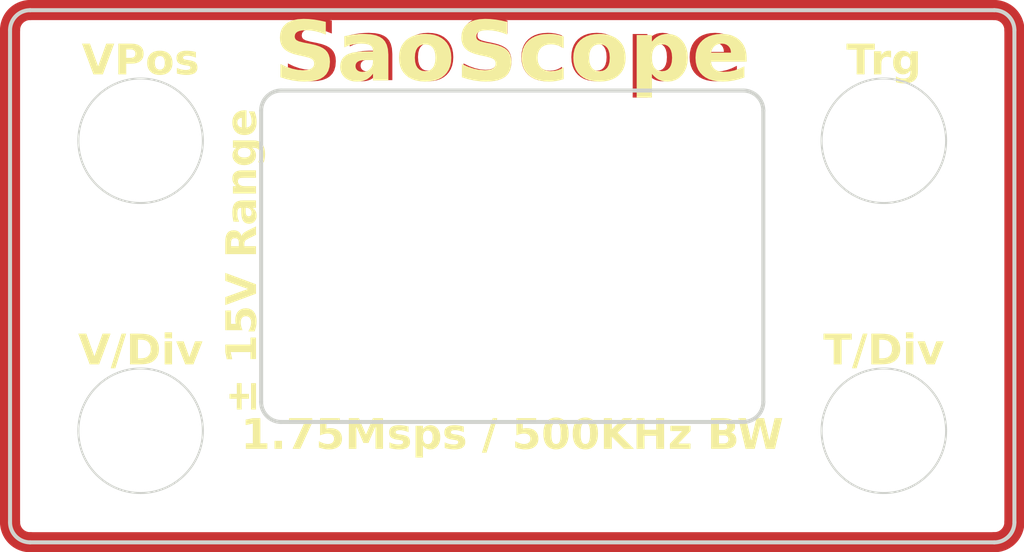
<source format=kicad_pcb>
(kicad_pcb
	(version 20240108)
	(generator "pcbnew")
	(generator_version "8.0")
	(general
		(thickness 1.6)
		(legacy_teardrops no)
	)
	(paper "A4")
	(layers
		(0 "F.Cu" signal)
		(31 "B.Cu" signal)
		(32 "B.Adhes" user "B.Adhesive")
		(33 "F.Adhes" user "F.Adhesive")
		(34 "B.Paste" user)
		(35 "F.Paste" user)
		(36 "B.SilkS" user "B.Silkscreen")
		(37 "F.SilkS" user "F.Silkscreen")
		(38 "B.Mask" user)
		(39 "F.Mask" user)
		(40 "Dwgs.User" user "User.Drawings")
		(41 "Cmts.User" user "User.Comments")
		(42 "Eco1.User" user "User.Eco1")
		(43 "Eco2.User" user "User.Eco2")
		(44 "Edge.Cuts" user)
		(45 "Margin" user)
		(46 "B.CrtYd" user "B.Courtyard")
		(47 "F.CrtYd" user "F.Courtyard")
		(48 "B.Fab" user)
		(49 "F.Fab" user)
		(50 "User.1" user)
		(51 "User.2" user)
		(52 "User.3" user)
		(53 "User.4" user)
		(54 "User.5" user)
		(55 "User.6" user)
		(56 "User.7" user)
		(57 "User.8" user)
		(58 "User.9" user)
	)
	(setup
		(stackup
			(layer "F.SilkS"
				(type "Top Silk Screen")
				(color "White")
			)
			(layer "F.Paste"
				(type "Top Solder Paste")
			)
			(layer "F.Mask"
				(type "Top Solder Mask")
				(color "Blue")
				(thickness 0.01)
			)
			(layer "F.Cu"
				(type "copper")
				(thickness 0.035)
			)
			(layer "dielectric 1"
				(type "core")
				(color "FR4 natural")
				(thickness 1.51)
				(material "FR4")
				(epsilon_r 4.5)
				(loss_tangent 0.02)
			)
			(layer "B.Cu"
				(type "copper")
				(thickness 0.035)
			)
			(layer "B.Mask"
				(type "Bottom Solder Mask")
				(color "Blue")
				(thickness 0.01)
			)
			(layer "B.Paste"
				(type "Bottom Solder Paste")
			)
			(layer "B.SilkS"
				(type "Bottom Silk Screen")
				(color "White")
			)
			(copper_finish "None")
			(dielectric_constraints no)
		)
		(pad_to_mask_clearance 0)
		(allow_soldermask_bridges_in_footprints no)
		(pcbplotparams
			(layerselection 0x00010fc_ffffffff)
			(plot_on_all_layers_selection 0x0000000_00000000)
			(disableapertmacros no)
			(usegerberextensions no)
			(usegerberattributes yes)
			(usegerberadvancedattributes yes)
			(creategerberjobfile yes)
			(dashed_line_dash_ratio 12.000000)
			(dashed_line_gap_ratio 3.000000)
			(svgprecision 4)
			(plotframeref no)
			(viasonmask no)
			(mode 1)
			(useauxorigin no)
			(hpglpennumber 1)
			(hpglpenspeed 20)
			(hpglpendiameter 15.000000)
			(pdf_front_fp_property_popups yes)
			(pdf_back_fp_property_popups yes)
			(dxfpolygonmode yes)
			(dxfimperialunits yes)
			(dxfusepcbnewfont yes)
			(psnegative no)
			(psa4output no)
			(plotreference yes)
			(plotvalue yes)
			(plotfptext yes)
			(plotinvisibletext no)
			(sketchpadsonfab no)
			(subtractmaskfromsilk no)
			(outputformat 1)
			(mirror no)
			(drillshape 1)
			(scaleselection 1)
			(outputdirectory "")
		)
	)
	(net 0 "")
	(gr_line
		(start 94 98.5)
		(end 142 98.5)
		(stroke
			(width 1)
			(type default)
		)
		(layer "F.Cu")
		(uuid "006043a4-9514-4098-994c-4f950774e451")
	)
	(gr_arc
		(start 142 98.5)
		(mid 142.707107 98.792893)
		(end 143 99.5)
		(stroke
			(width 1)
			(type default)
		)
		(layer "F.Cu")
		(uuid "26526888-e3c8-4004-a97a-30cf13528c80")
	)
	(gr_line
		(start 142 124.993111)
		(end 94 124.993111)
		(stroke
			(width 1)
			(type default)
		)
		(layer "F.Cu")
		(uuid "3a96bb85-b9d0-44d6-8b77-61f314277547")
	)
	(gr_arc
		(start 94 124.993111)
		(mid 93.292893 124.700218)
		(end 93 123.993111)
		(stroke
			(width 1)
			(type default)
		)
		(layer "F.Cu")
		(uuid "589d97af-138a-4c8f-a475-28033d7dd031")
	)
	(gr_line
		(start 143 99.5)
		(end 143 123.993111)
		(stroke
			(width 1)
			(type default)
		)
		(layer "F.Cu")
		(uuid "7021c676-0eac-4280-a1fd-dc9ab9ee2a1e")
	)
	(gr_arc
		(start 143 123.993111)
		(mid 142.707107 124.700218)
		(end 142 124.993111)
		(stroke
			(width 1)
			(type default)
		)
		(layer "F.Cu")
		(uuid "9ba1b331-73e7-4f02-912d-19d90704d75b")
	)
	(gr_arc
		(start 93 99.5)
		(mid 93.292893 98.792893)
		(end 94 98.5)
		(stroke
			(width 1)
			(type default)
		)
		(layer "F.Cu")
		(uuid "a188af75-e8f9-439a-8b88-70e99efca709")
	)
	(gr_line
		(start 93 123.993111)
		(end 93 99.5)
		(stroke
			(width 1)
			(type default)
		)
		(layer "F.Cu")
		(uuid "f174f9b3-1be0-4d76-82e7-e92916e005f0")
	)
	(gr_line
		(start 99 124.5)
		(end 98 123.5)
		(stroke
			(width 0.1)
			(type default)
		)
		(layer "F.Mask")
		(uuid "04c557d7-42ae-4bfb-b397-8944ab90d2b8")
	)
	(gr_arc
		(start 103.5 106.085786)
		(mid 103.423884 106.468472)
		(end 103.207107 106.792893)
		(stroke
			(width 0.5)
			(type default)
		)
		(layer "F.Mask")
		(uuid "057c3168-feca-4c1e-89de-a9012f760703")
	)
	(gr_line
		(start 121 124.5)
		(end 120 123.5)
		(stroke
			(width 0.1)
			(type default)
		)
		(layer "F.Mask")
		(uuid "09d17f94-357a-40ae-a351-317cee219c65")
	)
	(gr_line
		(start 143 99.5)
		(end 143 123.993111)
		(stroke
			(width 1)
			(type default)
		)
		(layer "F.Mask")
		(uuid "1151d2cd-6d4f-4bea-b21e-e7c3bae4d7b6")
	)
	(gr_line
		(start 96.5 100)
		(end 102.5 100)
		(stroke
			(width 0.5)
			(type default)
		)
		(layer "F.Mask")
		(uuid "13cc8e83-7b34-4377-989e-58d774ad00f2")
	)
	(gr_arc
		(start 93 99.5)
		(mid 93.292893 98.792893)
		(end 94 98.5)
		(stroke
			(width 1)
			(type default)
		)
		(layer "F.Mask")
		(uuid "1751a510-de54-44df-90b2-0de7a329fcaf")
	)
	(gr_line
		(start 140.207107 106.792893)
		(end 138.792893 108.207107)
		(stroke
			(width 0.5)
			(type default)
		)
		(layer "F.Mask")
		(uuid "1a54f384-eef5-47e3-bd7f-1a9bc9a1cf70")
	)
	(gr_line
		(start 128 124.5)
		(end 127 123.5)
		(stroke
			(width 0.1)
			(type default)
		)
		(layer "F.Mask")
		(uuid "1cd3efb9-7b0b-4938-bade-215dac7a90a9")
	)
	(gr_line
		(start 126 124.5)
		(end 125 123.5)
		(stroke
			(width 0.1)
			(type default)
		)
		(layer "F.Mask")
		(uuid "1d3715c4-9b3d-4431-9e5b-3be9d96f2e23")
	)
	(gr_line
		(start 101 124.5)
		(end 100 123.5)
		(stroke
			(width 0.1)
			(type default)
		)
		(layer "F.Mask")
		(uuid "1ee370b4-849f-4f63-96f4-864c61a20246")
	)
	(gr_line
		(start 113.999999 124.5)
		(end 113 123.5)
		(stroke
			(width 0.1)
			(type default)
		)
		(layer "F.Mask")
		(uuid "22d75d6e-0ac6-436b-9ff1-05f5206becde")
	)
	(gr_line
		(start 93 123.993111)
		(end 93 99.5)
		(stroke
			(width 1)
			(type default)
		)
		(layer "F.Mask")
		(uuid "237a0b3a-e2a6-40a2-808c-35f6bf4f9fe9")
	)
	(gr_line
		(start 130.5 105.5)
		(end 131.5 104.5)
		(stroke
			(width 0.1)
			(type default)
		)
		(layer "F.Mask")
		(uuid "24b28373-f867-48c3-8b82-e3a49807f7d5")
	)
	(gr_arc
		(start 102.5 100)
		(mid 103.207107 100.292893)
		(end 103.5 101)
		(stroke
			(width 0.5)
			(type default)
		)
		(layer "F.Mask")
		(uuid "24fd8298-989b-4c2a-9afb-4141565ede37")
	)
	(gr_line
		(start 115 124.5)
		(end 114 123.5)
		(stroke
			(width 0.1)
			(type default)
		)
		(layer "F.Mask")
		(uuid "26acd6a2-6c08-437f-9561-f846c4181a21")
	)
	(gr_line
		(start 125 124.5)
		(end 124 123.5)
		(stroke
			(width 0.1)
			(type default)
		)
		(layer "F.Mask")
		(uuid "2860a022-04d1-49e2-88b3-d9436c7dbff3")
	)
	(gr_line
		(start 101.085786 123)
		(end 97.914214 123)
		(stroke
			(width 0.5)
			(type default)
		)
		(layer "F.Mask")
		(uuid "29cbfa82-ada7-4c7f-a09a-7c3ad08a7f1c")
	)
	(gr_line
		(start 135 124.5)
		(end 134 123.5)
		(stroke
			(width 0.1)
			(type default)
		)
		(layer "F.Mask")
		(uuid "30544dac-e801-4d6c-ac13-7dff7d2d67d1")
	)
	(gr_line
		(start 130.5 114.5)
		(end 131.5 113.5)
		(stroke
			(width 0.1)
			(type default)
		)
		(layer "F.Mask")
		(uuid "334d459a-1605-4777-b3cc-9ca2dceec867")
	)
	(gr_line
		(start 94 98.5)
		(end 142 98.5)
		(stroke
			(width 1)
			(type default)
		)
		(layer "F.Mask")
		(uuid "34086f1b-29d7-496d-985a-ab3d5cf47509")
	)
	(gr_line
		(start 97.207107 122.707107)
		(end 95.792893 121.292893)
		(stroke
			(width 0.5)
			(type default)
		)
		(layer "F.Mask")
		(uuid "35ada6bc-a4f9-4622-a86b-24445d8f3235")
	)
	(gr_line
		(start 132.5 120.585786)
		(end 132.5 115.5)
		(stroke
			(width 0.5)
			(type default)
		)
		(layer "F.Mask")
		(uuid "35e5e18a-1315-47bb-8ed6-f649c30b9afc")
	)
	(gr_arc
		(start 132.792893 121.292893)
		(mid 132.576125 120.968468)
		(end 132.5 120.585786)
		(stroke
			(width 0.5)
			(type default)
		)
		(layer "F.Mask")
		(uuid "367ed0e6-05ee-4693-90ed-a0065f3e628e")
	)
	(gr_line
		(start 106 124.5)
		(end 105 123.5)
		(stroke
			(width 0.1)
			(type default)
		)
		(layer "F.Mask")
		(uuid "3781ee6d-c477-4bcf-811b-1e4ab492cf38")
	)
	(gr_line
		(start 133.5 114.5)
		(end 139.5 114.5)
		(stroke
			(width 0.5)
			(type default)
		)
		(layer "F.Mask")
		(uuid "3b4ca2d1-8e7f-422f-bb43-c4ebf8b062c2")
	)
	(gr_line
		(start 103.5 115.5)
		(end 103.5 120.585786)
		(stroke
			(width 0.5)
			(type default)
		)
		(layer "F.Mask")
		(uuid "3d441473-1a97-45dc-9f5c-0de5e1b3fb6a")
	)
	(gr_arc
		(start 142 98.5)
		(mid 142.707107 98.792893)
		(end 143 99.5)
		(stroke
			(width 1)
			(type default)
		)
		(layer "F.Mask")
		(uuid "407f8e31-45ef-415e-a1c3-536afd91c0fa")
	)
	(gr_arc
		(start 95.792893 121.292893)
		(mid 95.576125 120.968468)
		(end 95.5 120.585786)
		(stroke
			(width 0.5)
			(type default)
		)
		(layer "F.Mask")
		(uuid "409b0116-7126-4b79-9c2d-3925cc52a390")
	)
	(gr_arc
		(start 139.5 100)
		(mid 140.207107 100.292893)
		(end 140.5 101)
		(stroke
			(width 0.5)
			(type default)
		)
		(layer "F.Mask")
		(uuid "411550ef-0e6f-482f-874d-fa9bd4b57165")
	)
	(gr_line
		(start 103 124.5)
		(end 102 123.5)
		(stroke
			(width 0.1)
			(type default)
		)
		(layer "F.Mask")
		(uuid "42318beb-f3e7-4ac1-8023-eeb6fc072891")
	)
	(gr_line
		(start 130.5 109.5)
		(end 131.5 108.5)
		(stroke
			(width 0.1)
			(type default)
		)
		(layer "F.Mask")
		(uuid "44785290-807f-4ecf-a500-8bf6e37f2094")
	)
	(gr_line
		(start 142 124.5)
		(end 141 123.5)
		(stroke
			(width 0.1)
			(type default)
		)
		(layer "F.Mask")
		(uuid "4924eac6-ef8d-49d7-891d-9589df77651b")
	)
	(gr_line
		(start 132 124.5)
		(end 131 123.5)
		(stroke
			(width 0.1)
			(type default)
		)
		(layer "F.Mask")
		(uuid "4c5afc23-8dd0-4115-846d-995742014f4b")
	)
	(gr_line
		(start 103.207107 106.792893)
		(end 101.792893 108.207107)
		(stroke
			(width 0.5)
			(type default)
		)
		(layer "F.Mask")
		(uuid "501dccb0-51e0-4bf0-b40f-0df59036a7d5")
	)
	(gr_arc
		(start 95.5 115.5)
		(mid 95.792893 114.792893)
		(end 96.5 114.5)
		(stroke
			(width 0.5)
			(type default)
		)
		(layer "F.Mask")
		(uuid "50ca8b03-abbe-4b37-be68-1f97d74247ea")
	)
	(gr_line
		(start 130.5 111.5)
		(end 131.5 110.5)
		(stroke
			(width 0.1)
			(type default)
		)
		(layer "F.Mask")
		(uuid "5151a33a-36cc-4234-a5a6-77de17296bc5")
	)
	(gr_line
		(start 103.207107 121.292893)
		(end 101.792893 122.707107)
		(stroke
			(width 0.5)
			(type default)
		)
		(layer "F.Mask")
		(uuid "51859b9a-6190-464d-b9cb-c5a66a173e2a")
	)
	(gr_arc
		(start 97.914214 123)
		(mid 97.531529 122.923884)
		(end 97.207107 122.707107)
		(stroke
			(width 0.5)
			(type default)
		)
		(layer "F.Mask")
		(uuid "52a9b189-9d86-4785-a7ac-1fe89e88c567")
	)
	(gr_arc
		(start 102.5 114.5)
		(mid 103.207107 114.792893)
		(end 103.5 115.5)
		(stroke
			(width 0.5)
			(type default)
		)
		(layer "F.Mask")
		(uuid "5691434a-f6bd-4781-9ffe-f3c7915c55f5")
	)
	(gr_arc
		(start 101.792893 122.707107)
		(mid 101.468468 122.923878)
		(end 101.085786 123)
		(stroke
			(width 0.5)
			(type default)
		)
		(layer "F.Mask")
		(uuid "5942c3f1-a6e8-46b0-8eea-64e245c6dd21")
	)
	(gr_line
		(start 122.999999 124.5)
		(end 122 123.5)
		(stroke
			(width 0.1)
			(type default)
		)
		(layer "F.Mask")
		(uuid "5a13fb4b-3160-4942-9d1d-5007b8df94e3")
	)
	(gr_arc
		(start 138.792893 122.707107)
		(mid 138.468468 122.923878)
		(end 138.085786 123)
		(stroke
			(width 0.5)
			(type default)
		)
		(layer "F.Mask")
		(uuid "5ad77819-3943-4593-943c-469776d31eb6")
	)
	(gr_line
		(start 129.000001 124.5)
		(end 128 123.5)
		(stroke
			(width 0.1)
			(type default)
		)
		(layer "F.Mask")
		(uuid "5c391f31-c9b8-44f1-95da-f026153845f7")
	)
	(gr_arc
		(start 132.792893 106.792893)
		(mid 132.576125 106.468468)
		(end 132.5 106.085786)
		(stroke
			(width 0.5)
			(type default)
		)
		(layer "F.Mask")
		(uuid "5edbed8c-2e28-493c-bcc6-911dbb15c7e4")
	)
	(gr_line
		(start 141 124.5)
		(end 140 123.5)
		(stroke
			(width 0.1)
			(type default)
		)
		(layer "F.Mask")
		(uuid "5f13aa9f-3fbd-48bd-a192-01d6ee127616")
	)
	(gr_arc
		(start 138.792893 108.207107)
		(mid 138.468468 108.423878)
		(end 138.085786 108.5)
		(stroke
			(width 0.5)
			(type default)
		)
		(layer "F.Mask")
		(uuid "6134dc38-3789-4a1f-8b09-315439ca68d7")
	)
	(gr_arc
		(start 132.5 101)
		(mid 132.792893 100.292893)
		(end 133.5 100)
		(stroke
			(width 0.5)
			(type default)
		)
		(layer "F.Mask")
		(uuid "6146d52c-bf1f-42e4-850a-4ea530520d43")
	)
	(gr_line
		(start 127 124.5)
		(end 126 123.5)
		(stroke
			(width 0.1)
			(type default)
		)
		(layer "F.Mask")
		(uuid "69c7896c-edfb-447c-a796-fdf37f75f394")
	)
	(gr_line
		(start 95 124.5)
		(end 94 123.5)
		(stroke
			(width 0.1)
			(type default)
		)
		(layer "F.Mask")
		(uuid "6b3353b0-18c3-4381-82ad-117920f95a02")
	)
	(gr_line
		(start 119 124.5)
		(end 118 123.5)
		(stroke
			(width 0.1)
			(type default)
		)
		(layer "F.Mask")
		(uuid "6b6a2d5f-1308-4d6f-b54f-d2bfd36f38a2")
	)
	(gr_line
		(start 130.5 104.5)
		(end 131.5 103.5)
		(stroke
			(width 0.1)
			(type default)
		)
		(layer "F.Mask")
		(uuid "6b88f6df-5524-418b-9e3a-5c93dbfb03bf")
	)
	(gr_line
		(start 130.5 115.5)
		(end 131.5 114.5)
		(stroke
			(width 0.1)
			(type default)
		)
		(layer "F.Mask")
		(uuid "6deeeff8-a091-4eb9-9fa6-dbfa4da2d0c7")
	)
	(gr_line
		(start 110 124.5)
		(end 109 123.5)
		(stroke
			(width 0.1)
			(type default)
		)
		(layer "F.Mask")
		(uuid "6e109d3b-5e29-4f70-aa70-0a9854c1a547")
	)
	(gr_arc
		(start 95.5 101)
		(mid 95.792893 100.292893)
		(end 96.5 100)
		(stroke
			(width 0.5)
			(type default)
		)
		(layer "F.Mask")
		(uuid "718eee68-c22e-4c24-a7b8-ea4452886439")
	)
	(gr_line
		(start 137 124.5)
		(end 136 123.5)
		(stroke
			(width 0.1)
			(type default)
		)
		(layer "F.Mask")
		(uuid "7221f6dc-76b6-4d06-9655-b86f32fbc3ad")
	)
	(gr_line
		(start 120 124.5)
		(end 119 123.5)
		(stroke
			(width 0.1)
			(type default)
		)
		(layer "F.Mask")
		(uuid "734c6c80-7500-4ba2-821d-93b722bb8a3b")
	)
	(gr_line
		(start 134.207107 122.707107)
		(end 132.792893 121.292893)
		(stroke
			(width 0.5)
			(type default)
		)
		(layer "F.Mask")
		(uuid "75197473-1cfb-45da-ba55-6f3bc55d93d2")
	)
	(gr_line
		(start 140.207107 121.292893)
		(end 138.792893 122.707107)
		(stroke
			(width 0.5)
			(type default)
		)
		(layer "F.Mask")
		(uuid "7610065c-408a-493f-8fd1-c73667d8e295")
	)
	(gr_line
		(start 101.085786 108.5)
		(end 97.914214 108.5)
		(stroke
			(width 0.5)
			(type default)
		)
		(layer "F.Mask")
		(uuid "77a073f7-8919-4945-acd4-0ccc60bc62d7")
	)
	(gr_arc
		(start 103.5 120.585786)
		(mid 103.423884 120.968471)
		(end 103.207107 121.292893)
		(stroke
			(width 0.5)
			(type default)
		)
		(layer "F.Mask")
		(uuid "7a5f680c-7210-459b-8c1f-92530371a016")
	)
	(gr_line
		(start 113.000001 124.5)
		(end 112 123.5)
		(stroke
			(width 0.1)
			(type default)
		)
		(layer "F.Mask")
		(uuid "7af7666a-14eb-4674-a842-8f549419fd6a")
	)
	(gr_line
		(start 111 124.5)
		(end 110 123.5)
		(stroke
			(width 0.1)
			(type default)
		)
		(layer "F.Mask")
		(uuid "7de7c83a-8fc8-4a13-b847-2eded8a968bc")
	)
	(gr_line
		(start 130.5 106.5)
		(end 131.5 105.5)
		(stroke
			(width 0.1)
			(type default)
		)
		(layer "F.Mask")
		(uuid "80f2b42d-a556-4457-b5cc-e7b21552666f")
	)
	(gr_line
		(start 100 124.5)
		(end 99 123.5)
		(stroke
			(width 0.1)
			(type default)
		)
		(layer "F.Mask")
		(uuid "838f0a3b-4799-49a4-8fd8-69f89170a0e6")
	)
	(gr_line
		(start 104 124.5)
		(end 103 123.5)
		(stroke
			(width 0.1)
			(type default)
		)
		(layer "F.Mask")
		(uuid "8515cf7d-d1ae-412a-9cc6-8805fad5f7b4")
	)
	(gr_arc
		(start 94 124.993111)
		(mid 93.292893 124.700218)
		(end 93 123.993111)
		(stroke
			(width 1)
			(type default)
		)
		(layer "F.Mask")
		(uuid "8927f445-6add-475f-9b16-dccfc978fe7a")
	)
	(gr_line
		(start 112 124.5)
		(end 111 123.5)
		(stroke
			(width 0.1)
			(type default)
		)
		(layer "F.Mask")
		(uuid "892e421f-421d-4394-b01a-a058d2e1273a")
	)
	(gr_line
		(start 96 124.5)
		(end 95 123.5)
		(stroke
			(width 0.1)
			(type default)
		)
		(layer "F.Mask")
		(uuid "8b698827-6581-4c1a-83fe-f5c999767e77")
	)
	(gr_line
		(start 118.000001 124.5)
		(end 117 123.5)
		(stroke
			(width 0.1)
			(type default)
		)
		(layer "F.Mask")
		(uuid "8e2989c6-e2d9-4309-9479-d0742b90436a")
	)
	(gr_line
		(start 97.000001 124.5)
		(end 96 123.5)
		(stroke
			(width 0.1)
			(type default)
		)
		(layer "F.Mask")
		(uuid "8eb7177d-2890-4ba7-afea-1878165a3c60")
	)
	(gr_line
		(start 109 124.5)
		(end 108 123.5)
		(stroke
			(width 0.1)
			(type default)
		)
		(layer "F.Mask")
		(uuid "8ee285a2-1ba6-4d3e-9625-956f786e2952")
	)
	(gr_line
		(start 131 124.5)
		(end 130 123.5)
		(stroke
			(width 0.1)
			(type default)
		)
		(layer "F.Mask")
		(uuid "8eeeae16-5b13-471e-811a-99dbd772290d")
	)
	(gr_line
		(start 138.999999 124.5)
		(end 138 123.5)
		(stroke
			(width 0.1)
			(type default)
		)
		(layer "F.Mask")
		(uuid "90af4dfb-1d98-40e2-b378-a7ab121c704f")
	)
	(gr_arc
		(start 143 123.993111)
		(mid 142.707107 124.700218)
		(end 142 124.993111)
		(stroke
			(width 1)
			(type default)
		)
		(layer "F.Mask")
		(uuid "90c9b1ca-00e9-4ff3-942c-8edda0eb3151")
	)
	(gr_line
		(start 94 124.5)
		(end 93 123.5)
		(stroke
			(width 0.1)
			(type default)
		)
		(layer "F.Mask")
		(uuid "915690bb-7a9b-4218-b30a-a3af22a6eb25")
	)
	(gr_line
		(start 130.5 113.5)
		(end 131.5 112.5)
		(stroke
			(width 0.1)
			(type default)
		)
		(layer "F.Mask")
		(uuid "934060f5-5a65-482a-8a43-c00c6b1110bc")
	)
	(gr_line
		(start 97.207107 108.207107)
		(end 95.792893 106.792893)
		(stroke
			(width 0.5)
			(type default)
		)
		(layer "F.Mask")
		(uuid "93f29d0e-def6-49af-8ae6-e815a672b64e")
	)
	(gr_line
		(start 130.5 110.5)
		(end 131.5 109.5)
		(stroke
			(width 0.1)
			(type default)
		)
		(layer "F.Mask")
		(uuid "94b5b2e5-fdeb-4bdd-ad75-e0b27566e74d")
	)
	(gr_line
		(start 130.5 118.5)
		(end 131.5 117.5)
		(stroke
			(width 0.1)
			(type default)
		)
		(layer "F.Mask")
		(uuid "9739d2e5-991e-41a3-93bf-fdf9c95aee06")
	)
	(gr_line
		(start 105 124.5)
		(end 104 123.5)
		(stroke
			(width 0.1)
			(type default)
		)
		(layer "F.Mask")
		(uuid "9d75e090-f4d0-4f6c-8b0f-f95985dc0654")
	)
	(gr_arc
		(start 95.792893 106.792893)
		(mid 95.57612 106.46847)
		(end 95.5 106.085786)
		(stroke
			(width 0.5)
			(type default)
		)
		(layer "F.Mask")
		(uuid "9ebb5f8a-3a61-455e-b9b1-56ba5e2d0274")
	)
	(gr_line
		(start 136 124.5)
		(end 135 123.5)
		(stroke
			(width 0.1)
			(type default)
		)
		(layer "F.Mask")
		(uuid "a15799b7-6de6-453e-9bb0-ce3869b0b0ef")
	)
	(gr_line
		(start 95.5 106.085786)
		(end 95.5 101)
		(stroke
			(width 0.5)
			(type default)
		)
		(layer "F.Mask")
		(uuid "a1abf5b1-f580-4829-8180-9a813f9c41a6")
	)
	(gr_line
		(start 130.5 107.5)
		(end 131.5 106.5)
		(stroke
			(width 0.1)
			(type default)
		)
		(layer "F.Mask")
		(uuid "a1b8dcae-4595-4344-b2d1-c02b024023e2")
	)
	(gr_arc
		(start 134.914214 108.5)
		(mid 134.531529 108.423884)
		(end 134.207107 108.207107)
		(stroke
			(width 0.5)
			(type default)
		)
		(layer "F.Mask")
		(uuid "a4ac0602-e2b3-4f55-b08f-31b6571d8480")
	)
	(gr_line
		(start 134.207107 108.207107)
		(end 132.792893 106.792893)
		(stroke
			(width 0.5)
			(type default)
		)
		(layer "F.Mask")
		(uuid "a5df19a9-6c7b-4226-925f-6ad2cb8cc7df")
	)
	(gr_arc
		(start 132.5 115.5)
		(mid 132.792893 114.792893)
		(end 133.5 114.5)
		(stroke
			(width 0.5)
			(type default)
		)
		(layer "F.Mask")
		(uuid "a619c18c-4197-4835-bef5-dbdf89eb548a")
	)
	(gr_line
		(start 129.999999 124.5)
		(end 129 123.5)
		(stroke
			(width 0.1)
			(type default)
		)
		(layer "F.Mask")
		(uuid "a7e25ca0-55e6-4200-82db-3df0d3342b44")
	)
	(gr_line
		(start 124 124.5)
		(end 123 123.5)
		(stroke
			(width 0.1)
			(type default)
		)
		(layer "F.Mask")
		(uuid "a91900b8-0fa6-4df1-ac15-0b39d2dd2291")
	)
	(gr_line
		(start 134.000001 124.5)
		(end 133 123.5)
		(stroke
			(width 0.1)
			(type default)
		)
		(layer "F.Mask")
		(uuid "af7446d0-b7b9-4113-a64e-90ac20da3dee")
	)
	(gr_line
		(start 130.5 117.5)
		(end 131.5 116.5)
		(stroke
			(width 0.1)
			(type default)
		)
		(layer "F.Mask")
		(uuid "af97bb73-5247-4ec8-920c-f85c981da271")
	)
	(gr_arc
		(start 140.5 106.085786)
		(mid 140.423884 106.468471)
		(end 140.207107 106.792893)
		(stroke
			(width 0.5)
			(type default)
		)
		(layer "F.Mask")
		(uuid "b001344a-cb64-4530-be75-1372cb2fec99")
	)
	(gr_arc
		(start 101.792893 108.207107)
		(mid 101.46847 108.42388)
		(end 101.085786 108.5)
		(stroke
			(width 0.5)
			(type default)
		)
		(layer "F.Mask")
		(uuid "b7bd4485-43f7-4059-9ea4-03df8fae057d")
	)
	(gr_line
		(start 108 124.5)
		(end 107 123.5)
		(stroke
			(width 0.1)
			(type default)
		)
		(layer "F.Mask")
		(uuid "b81d08bd-a9ee-4f6d-a8fe-81e26cabe1d5")
	)
	(gr_line
		(start 133.5 100)
		(end 139.5 100)
		(stroke
			(width 0.5)
			(type default)
		)
		(layer "F.Mask")
		(uuid "b9046576-faf6-4367-b5ba-74b3efb81136")
	)
	(gr_line
		(start 140 124.5)
		(end 139 123.5)
		(stroke
			(width 0.1)
			(type default)
		)
		(layer "F.Mask")
		(uuid "b997ba61-e736-47b4-b18b-b64de32e3d9f")
	)
	(gr_line
		(start 116 124.5)
		(end 115 123.5)
		(stroke
			(width 0.1)
			(type default)
		)
		(layer "F.Mask")
		(uuid "ba80abad-a81d-4a11-8076-36454a8a8a9d")
	)
	(gr_arc
		(start 97.914214 108.5)
		(mid 97.531531 108.42388)
		(end 97.207107 108.207107)
		(stroke
			(width 0.5)
			(type default)
		)
		(layer "F.Mask")
		(uuid "bad2ab6c-2c64-4bc5-a2b9-bc61f0595dc8")
	)
	(gr_line
		(start 142 124.993111)
		(end 94 124.993111)
		(stroke
			(width 1)
			(type default)
		)
		(layer "F.Mask")
		(uuid "bf009660-5181-43d8-99af-e081cf532867")
	)
	(gr_line
		(start 132.5 106.085786)
		(end 132.5 101)
		(stroke
			(width 0.5)
			(type default)
		)
		(layer "F.Mask")
		(uuid "c00b2f1a-dcb7-45f6-bec6-37e2326c356d")
	)
	(gr_line
		(start 130.5 103.5)
		(end 131.5 102.5)
		(stroke
			(width 0.1)
			(type default)
		)
		(layer "F.Mask")
		(uuid "c756395e-388e-4745-a132-fa15308ad624")
	)
	(gr_arc
		(start 140.5 120.585786)
		(mid 140.423884 120.968471)
		(end 140.207107 121.292893)
		(stroke
			(width 0.5)
			(type default)
		)
		(layer "F.Mask")
		(uuid "cbd11281-eea4-4571-89a3-072ab37540b8")
	)
	(gr_line
		(start 143 124.5)
		(end 142 123.5)
		(stroke
			(width 0.1)
			(type default)
		)
		(layer "F.Mask")
		(uuid "cc23e833-f612-478b-94ed-0cf3874fa045")
	)
	(gr_line
		(start 103.5 101)
		(end 103.5 106.085786)
		(stroke
			(width 0.5)
			(type default)
		)
		(layer "F.Mask")
		(uuid "cf4596e7-f390-4982-a286-3e751dffecb1")
	)
	(gr_line
		(start 138.085786 108.5)
		(end 134.914214 108.5)
		(stroke
			(width 0.5)
			(type default)
		)
		(layer "F.Mask")
		(uuid "d03dccb9-58da-4278-be42-a7d5c645f2d7")
	)
	(gr_line
		(start 122 124.5)
		(end 121 123.5)
		(stroke
			(width 0.1)
			(type default)
		)
		(layer "F.Mask")
		(uuid "d82dfbfe-262f-4cb4-a9c6-49c29380dd0e")
	)
	(gr_arc
		(start 139.5 114.5)
		(mid 140.207107 114.792893)
		(end 140.5 115.5)
		(stroke
			(width 0.5)
			(type default)
		)
		(layer "F.Mask")
		(uuid "dd58ae59-076a-439b-8c73-c83930c33545")
	)
	(gr_line
		(start 140.5 101)
		(end 140.5 106.085786)
		(stroke
			(width 0.5)
			(type default)
		)
		(layer "F.Mask")
		(uuid "df2ee692-ff1f-4db8-a1b3-0b9dded47718")
	)
	(gr_line
		(start 96.5 114.5)
		(end 102.5 114.5)
		(stroke
			(width 0.5)
			(type default)
		)
		(layer "F.Mask")
		(uuid "e244ce03-df80-461a-a199-faa3788b35d6")
	)
	(gr_line
		(start 138 124.5)
		(end 137 123.5)
		(stroke
			(width 0.1)
			(type default)
		)
		(layer "F.Mask")
		(uuid "e575056f-1b40-44ed-9b01-f0865c3bb81e")
	)
	(gr_line
		(start 102.000001 124.5)
		(end 101 123.5)
		(stroke
			(width 0.1)
			(type default)
		)
		(layer "F.Mask")
		(uuid "e87c3dda-0203-41d0-ab0c-e4e670ff4eae")
	)
	(gr_line
		(start 95.5 120.585786)
		(end 95.5 115.5)
		(stroke
			(width 0.5)
			(type default)
		)
		(layer "F.Mask")
		(uuid "eb113608-e4c1-4eb4-95a1-66591ef755ce")
	)
	(gr_line
		(start 106.999999 124.5)
		(end 106 123.5)
		(stroke
			(width 0.1)
			(type default)
		)
		(layer "F.Mask")
		(uuid "ec0a7fdb-37b3-43e5-8df5-775a86c91eb1")
	)
	(gr_arc
		(start 134.914214 123)
		(mid 134.531529 122.923884)
		(end 134.207107 122.707107)
		(stroke
			(width 0.5)
			(type default)
		)
		(layer "F.Mask")
		(uuid "edf47ee9-dc58-4b48-a5c0-4107901d0468")
	)
	(gr_line
		(start 133 124.5)
		(end 132 123.5)
		(stroke
			(width 0.1)
			(type default)
		)
		(layer "F.Mask")
		(uuid "f12cbc9c-18d3-459d-a1a8-23683094dd49")
	)
	(gr_line
		(start 130.5 112.5)
		(end 131.5 111.5)
		(stroke
			(width 0.1)
			(type default)
		)
		(layer "F.Mask")
		(uuid "f1bdf91e-4e2e-4562-bfe7-b15ec907f751")
	)
	(gr_line
		(start 140.5 115.5)
		(end 140.5 120.585786)
		(stroke
			(width 0.5)
			(type default)
		)
		(layer "F.Mask")
		(uuid "f2188cf8-3a4f-4f24-8712-5e7c6271c375")
	)
	(gr_line
		(start 130.5 108.5)
		(end 131.5 107.5)
		(stroke
			(width 0.1)
			(type default)
		)
		(layer "F.Mask")
		(uuid "f761ea69-7999-46ab-8531-4c28758c257e")
	)
	(gr_line
		(start 130.5 116.5)
		(end 131.5 115.5)
		(stroke
			(width 0.1)
			(type default)
		)
		(layer "F.Mask")
		(uuid "f7aa7e16-d0d0-40cf-997d-e1962479f022")
	)
	(gr_line
		(start 97.999999 124.5)
		(end 97 123.5)
		(stroke
			(width 0.1)
			(type default)
		)
		(layer "F.Mask")
		(uuid "fac7b1ab-2dcc-4890-9b32-710f1b356746")
	)
	(gr_line
		(start 138.085786 123)
		(end 134.914214 123)
		(stroke
			(width 0.5)
			(type default)
		)
		(layer "F.Mask")
		(uuid "fcbcb23b-1b0c-498c-83c6-fbab9260909f")
	)
	(gr_line
		(start 117 124.5)
		(end 116 123.5)
		(stroke
			(width 0.1)
			(type default)
		)
		(layer "F.Mask")
		(uuid "fd8e5bdd-65ab-4ada-8aa0-2d899202be13")
	)
	(gr_arc
		(start 142 98.506889)
		(mid 142.707107 98.799782)
		(end 143 99.506889)
		(stroke
			(width 0.2)
			(type default)
		)
		(layer "Edge.Cuts")
		(uuid "095c3b5e-f4a2-4446-80a5-e3a8a3bdefd9")
	)
	(gr_line
		(start 129.5 119.006889)
		(end 106.5 119.006889)
		(stroke
			(width 0.2)
			(type default)
		)
		(layer "Edge.Cuts")
		(uuid "0c3bdd4b-931d-4be5-a73a-19ac99f53d27")
	)
	(gr_line
		(start 142 125)
		(end 94 125)
		(stroke
			(width 0.2)
			(type default)
		)
		(layer "Edge.Cuts")
		(uuid "1af6dee5-0d3b-4c7d-82a9-190477d4acf9")
	)
	(gr_arc
		(start 129.5 102.506889)
		(mid 130.207107 102.799782)
		(end 130.5 103.506889)
		(stroke
			(width 0.2)
			(type default)
		)
		(layer "Edge.Cuts")
		(uuid "27f3a09a-8f97-4c39-89cf-bcdce5aaacde")
	)
	(gr_line
		(start 94 98.506889)
		(end 142 98.506889)
		(stroke
			(width 0.2)
			(type default)
		)
		(layer "Edge.Cuts")
		(uuid "2cd51995-98f2-4b4f-99fc-13c764098898")
	)
	(gr_line
		(start 143 99.506889)
		(end 143 124)
		(stroke
			(width 0.2)
			(type default)
		)
		(layer "Edge.Cuts")
		(uuid "3bf6d818-3cae-4d88-aa33-e9b5e8734592")
	)
	(gr_arc
		(start 105.5 103.506889)
		(mid 105.792893 102.799782)
		(end 106.5 102.506889)
		(stroke
			(width 0.2)
			(type default)
		)
		(layer "Edge.Cuts")
		(uuid "4de8a60c-a82a-44ac-b8b7-c5cd7a791864")
	)
	(gr_arc
		(start 130.5 118.006889)
		(mid 130.207107 118.713996)
		(end 129.5 119.006889)
		(stroke
			(width 0.2)
			(type default)
		)
		(layer "Edge.Cuts")
		(uuid "5e78def9-b44f-4ee9-9d62-b1037f5910cc")
	)
	(gr_circle
		(center 99.5 119.444389)
		(end 102.6 119.444389)
		(stroke
			(width 0.1)
			(type default)
		)
		(fill none)
		(layer "Edge.Cuts")
		(uuid "658c4da2-599f-4ec7-a0fd-6b18a00761d1")
	)
	(gr_line
		(start 105.5 118.006889)
		(end 105.5 103.506889)
		(stroke
			(width 0.2)
			(type default)
		)
		(layer "Edge.Cuts")
		(uuid "7bc73563-10c5-4265-ac46-f7f1086fbbdc")
	)
	(gr_line
		(start 93 124)
		(end 93 99.506889)
		(stroke
			(width 0.2)
			(type default)
		)
		(layer "Edge.Cuts")
		(uuid "94eb37b0-ce17-4942-be02-3d4ebb5c907e")
	)
	(gr_arc
		(start 106.5 119.006889)
		(mid 105.792897 118.713995)
		(end 105.5 118.006889)
		(stroke
			(width 0.2)
			(type default)
		)
		(layer "Edge.Cuts")
		(uuid "9bc0e28c-fd47-4c8b-adef-3e1a743416d7")
	)
	(gr_circle
		(center 99.5 105.006889)
		(end 102.6 105.006889)
		(stroke
			(width 0.1)
			(type default)
		)
		(fill none)
		(layer "Edge.Cuts")
		(uuid "abd739ed-92e5-456f-a2ba-92e6d6ca992b")
	)
	(gr_circle
		(center 136.5 119.444389)
		(end 139.6 119.444389)
		(stroke
			(width 0.1)
			(type default)
		)
		(fill none)
		(layer "Edge.Cuts")
		(uuid "b7617181-5fc8-4b6a-ae4e-0becccd4f699")
	)
	(gr_arc
		(start 143 124)
		(mid 142.707107 124.707107)
		(end 142 125)
		(stroke
			(width 0.2)
			(type default)
		)
		(layer "Edge.Cuts")
		(uuid "c059d211-9fdd-4586-a7db-d7b83aa54d2e")
	)
	(gr_arc
		(start 93 99.506889)
		(mid 93.292897 98.799789)
		(end 94 98.506889)
		(stroke
			(width 0.2)
			(type default)
		)
		(layer "Edge.Cuts")
		(uuid "c9ec5fa2-c28d-4610-9c91-851a2d757cb4")
	)
	(gr_line
		(start 106.5 102.506889)
		(end 129.5 102.506889)
		(stroke
			(width 0.2)
			(type default)
		)
		(layer "Edge.Cuts")
		(uuid "ca4fc1ee-662c-4c43-80c1-8868a089590e")
	)
	(gr_arc
		(start 94 125)
		(mid 93.292893 124.707107)
		(end 93 124)
		(stroke
			(width 0.2)
			(type default)
		)
		(layer "Edge.Cuts")
		(uuid "d0db182c-e28b-4c82-a846-9a67e2e5e963")
	)
	(gr_circle
		(center 136.5 105.006889)
		(end 139.6 105.006889)
		(stroke
			(width 0.1)
			(type default)
		)
		(fill none)
		(layer "Edge.Cuts")
		(uuid "f2f6e347-4322-40a0-856a-7e130b405a55")
	)
	(gr_line
		(start 130.5 103.506889)
		(end 130.5 118.006889)
		(stroke
			(width 0.2)
			(type default)
		)
		(layer "Edge.Cuts")
		(uuid "fc5be067-b606-4817-985e-549df3f40ddd")
	)
	(gr_text "SaoScope"
		(at 118 102.5 0)
		(layer "F.Cu")
		(uuid "e4fbe8c8-3aec-4fbf-976a-7efc5817f2bb")
		(effects
			(font
				(face "Airstrike 3D")
				(size 3 3)
				(thickness 0.3)
				(bold yes)
			)
			(justify bottom)
		)
		(render_cache "SaoScope" 0
			(polygon
				(pts
					(xy 110.110712 99.681172) (xy 110.095325 99.694361) (xy 110.184718 99.764703) (xy 110.176152 99.777497)
					(xy 110.090257 99.90229) (xy 110.003932 100.021358) (xy 109.908479 100.145722) (xy 109.818677 100.254128)
					(xy 109.713448 100.369904) (xy 109.601466 100.482044) (xy 108.171913 100.482044) (xy 108.144802 100.494501)
					(xy 108.123552 100.498164) (xy 108.905374 100.487906) (xy 109.03274 100.502071) (xy 109.171354 100.561912)
					(xy 109.261514 100.633599) (xy 109.356002 100.748025) (xy 109.369869 100.76241) (xy 109.458731 100.882344)
					(xy 109.520866 101.023531) (xy 109.558733 101.168742) (xy 109.573622 101.317355) (xy 109.573622 101.343)
					(xy 109.561225 101.462312) (xy 109.517202 101.605317) (xy 109.452172 101.737758) (xy 109.369924 101.859574)
					(xy 109.278143 101.959737) (xy 109.158165 102.053014) (xy 109.058483 102.103302) (xy 108.907572 102.130683)
					(xy 106.669086 102.130683) (xy 106.597279 102.057411) (xy 106.534997 102.057411) (xy 106.576643 101.983402)
					(xy 106.598525 101.950432) (xy 106.707921 101.950432) (xy 108.821843 101.950432) (xy 108.89454 101.942467)
					(xy 109.031403 101.883021) (xy 109.111477 101.822203) (xy 109.214585 101.711563) (xy 109.274398 101.624122)
					(xy 109.343545 101.485882) (xy 109.371913 101.403574) (xy 109.393371 101.256538) (xy 109.393371 101.231625)
					(xy 109.390509 101.170517) (xy 109.364062 101.024996) (xy 109.340779 100.94974) (xy 109.276134 100.816168)
					(xy 109.23582 100.75901) (xy 109.12446 100.656434) (xy 109.050511 100.618034) (xy 108.903908 100.593419)
					(xy 108.099372 100.593419) (xy 108.055409 100.58023) (xy 108.000454 100.550188) (xy 107.970412 100.528206)
					(xy 107.949163 100.497431) (xy 107.949163 100.479846) (xy 107.987998 100.370669) (xy 108.086916 100.301793)
					(xy 109.476169 100.301793) (xy 109.538019 100.239322) (xy 109.639479 100.130924) (xy 109.742882 100.011632)
					(xy 109.758161 99.993271) (xy 109.853891 99.872597) (xy 109.939254 99.751514) (xy 107.826065 99.751514)
					(xy 107.735089 99.763969) (xy 107.600384 99.826985) (xy 107.49874 99.906111) (xy 107.39522 100.016029)
					(xy 107.317286 100.12524) (xy 107.246476 100.255631) (xy 107.216337 100.331151) (xy 107.189324 100.477648)
					(xy 107.193653 100.551211) (xy 107.22596 100.694535) (xy 107.255634 100.768437) (xy 107.334404 100.897501)
					(xy 107.386211 100.956991) (xy 107.501466 101.048443) (xy 107.570314 101.0814) (xy 107.717621 101.106329)
					(xy 108.560259 101.106329) (xy 108.626204 101.153224) (xy 108.642324 101.237487) (xy 108.642324 101.263866)
					(xy 108.642324 101.290244) (xy 108.629135 101.387697) (xy 108.534613 101.437522) (xy 107.106525 101.437522)
					(xy 107.045709 101.506399) (xy 107.007255 101.551879) (xy 106.913085 101.669064) (xy 106.864079 101.733198)
					(xy 106.775332 101.853712) (xy 106.707921 101.950432) (xy 106.598525 101.950432) (xy 106.658828 101.859574)
					(xy 106.736001 101.753829) (xy 106.827356 101.632428) (xy 106.89782 101.542234) (xy 106.99515 101.424333)
					(xy 107.106525 101.332009) (xy 108.53901 101.332009) (xy 108.539742 101.322484) (xy 108.541208 101.290976)
					(xy 108.541208 101.28658) (xy 107.806281 101.28658) (xy 107.726334 101.280866) (xy 107.58573 101.23822)
					(xy 107.53222 101.208171) (xy 107.422331 101.10926) (xy 107.415004 101.121716) (xy 107.358478 101.076361)
					(xy 107.253502 100.962893) (xy 107.172471 100.828625) (xy 107.147984 100.772951) (xy 107.103743 100.630041)
					(xy 107.087474 100.479113) (xy 107.101803 100.36446) (xy 107.152687 100.219727) (xy 107.160993 100.201838)
					(xy 107.233143 100.071686) (xy 107.32268 99.948618) (xy 107.335978 99.93275) (xy 107.442646 99.823957)
					(xy 107.56155 99.733196) (xy 107.678377 99.673089) (xy 107.828996 99.645268) (xy 110.156141 99.645268)
				)
			)
			(polygon
				(pts
					(xy 112.086881 99.68337) (xy 112.159421 99.77203) (xy 112.182136 99.791081) (xy 112.24515 99.884138)
					(xy 112.291312 99.997711) (xy 112.325018 100.114214) (xy 112.352862 100.214598) (xy 112.642289 102.130683)
					(xy 111.765946 102.130683) (xy 111.694871 102.058876) (xy 111.6597 102.058876) (xy 111.620133 101.852979)
					(xy 111.566644 101.914528) (xy 111.479449 102.012714) (xy 111.399582 102.09478) (xy 111.334369 102.130683)
					(xy 109.481298 102.130683) (xy 109.409491 102.058876) (xy 109.360398 102.058876) (xy 109.387705 101.94457)
					(xy 109.473971 101.94457) (xy 109.493755 101.950432) (xy 111.236916 101.950432) (xy 111.318249 101.876427)
					(xy 111.416208 101.764889) (xy 111.444278 101.730614) (xy 111.537229 101.612082) (xy 111.560049 101.581137)
					(xy 111.631694 101.450208) (xy 111.636578 101.437522) (xy 110.765039 101.437522) (xy 110.765039 101.364249)
					(xy 110.788977 101.332009) (xy 111.053734 101.332009) (xy 111.542464 101.332009) (xy 111.4582 100.789057)
					(xy 111.053734 101.332009) (xy 110.788977 101.332009) (xy 111.508758 100.362609) (xy 111.668493 101.437522)
					(xy 111.654519 101.437522) (xy 111.749093 101.950432) (xy 112.449582 101.950432) (xy 112.177007 100.160376)
					(xy 112.145499 100.038011) (xy 112.102268 99.89806) (xy 112.046581 99.791814) (xy 111.985765 99.751514)
					(xy 111.280147 99.751514) (xy 111.217132 99.780823) (xy 111.133601 99.848967) (xy 111.054467 99.929567)
					(xy 111.005374 99.994047) (xy 109.497418 101.939441) (xy 109.473971 101.94457) (xy 109.387705 101.94457)
					(xy 109.391906 101.926985) (xy 109.391906 101.90427) (xy 109.402164 101.892547) (xy 109.486428 101.779706)
					(xy 109.498151 101.800223) (xy 110.918179 99.93323) (xy 110.92111 99.929567) (xy 110.984857 99.851898)
					(xy 111.079379 99.758841) (xy 111.185625 99.678974) (xy 111.280147 99.645268) (xy 111.985765 99.645268)
				)
			)
			(polygon
				(pts
					(xy 114.893054 100.322365) (xy 114.925471 100.335498) (xy 115.036846 100.426357) (xy 115.091801 100.553852)
					(xy 115.10499 100.693803) (xy 115.10499 100.767808) (xy 115.077879 100.835952) (xy 115.086672 100.844745)
					(xy 115.091801 100.879916) (xy 115.074948 100.923147) (xy 115.026588 101.019134) (xy 114.93591 101.140584)
					(xy 114.907153 101.168611) (xy 114.792865 101.264449) (xy 114.738626 101.303433) (xy 114.61168 101.380782)
					(xy 114.571564 101.400886) (xy 114.449931 101.437522) (xy 114.100419 101.437522) (xy 113.954918 101.398238)
					(xy 113.945813 101.392826) (xy 113.834736 101.294812) (xy 113.82125 101.277787) (xy 113.747351 101.148653)
					(xy 113.736986 101.122449) (xy 113.720343 101.042581) (xy 113.884264 101.042581) (xy 113.908593 101.188726)
					(xy 113.946546 101.264598) (xy 114.081265 101.330956) (xy 114.101152 101.332009) (xy 114.450663 101.332009)
					(xy 114.541522 101.300502) (xy 114.672254 101.223952) (xy 114.681473 101.217704) (xy 114.799053 101.126616)
					(xy 114.825088 101.103398) (xy 114.920563 100.991591) (xy 114.926937 100.9803) (xy 114.970901 100.901165)
					(xy 114.987753 100.857201) (xy 114.992882 100.811772) (xy 114.999477 100.768541) (xy 115.003873 100.696001)
					(xy 114.993615 100.589755) (xy 114.956979 100.502561) (xy 114.833148 100.482044) (xy 114.420622 100.482044)
					(xy 114.294592 100.513551) (xy 114.167467 100.591304) (xy 114.159037 100.597815) (xy 114.051019 100.697275)
					(xy 114.032275 100.717983) (xy 113.946726 100.837805) (xy 113.93409 100.861598) (xy 113.919435 100.844012)
					(xy 113.904048 100.928276) (xy 113.887928 100.997885) (xy 113.884264 100.999568) (xy 113.884264 101.042581)
					(xy 113.720343 101.042581) (xy 113.706692 100.977071) (xy 113.706211 100.956852) (xy 113.706211 100.932672)
					(xy 113.717935 100.89457) (xy 113.732589 100.818367) (xy 113.771424 100.720914) (xy 113.858209 100.595508)
					(xy 113.878402 100.57217) (xy 113.98419 100.467619) (xy 114.022017 100.436615) (xy 114.145611 100.356348)
					(xy 114.181019 100.339162) (xy 114.32579 100.301939) (xy 114.334892 100.301793) (xy 114.74522 100.301793)
				)
			)
			(polygon
				(pts
					(xy 115.010349 99.649651) (xy 115.167863 99.665393) (xy 115.313103 99.692584) (xy 115.461829 99.736859)
					(xy 115.607244 99.804236) (xy 115.729332 99.892793) (xy 115.828093 100.002531) (xy 115.845046 100.02702)
					(xy 115.933481 100.145878) (xy 115.991591 100.271018) (xy 116.028933 100.41419) (xy 116.043158 100.563215)
					(xy 116.043615 100.597083) (xy 116.043615 100.723845) (xy 116.030426 100.855003) (xy 115.99731 101.010007)
					(xy 115.94559 101.16086) (xy 115.875265 101.307563) (xy 115.858968 101.336406) (xy 115.779382 101.461239)
					(xy 115.689828 101.577725) (xy 115.590304 101.685866) (xy 115.530705 101.742337) (xy 115.416833 101.836046)
					(xy 115.29531 101.91851) (xy 115.166137 101.98973) (xy 115.091068 102.024438) (xy 114.952434 102.075797)
					(xy 114.794182 102.113149) (xy 114.647962 102.129023) (xy 114.581822 102.130683) (xy 114.090161 102.130683)
					(xy 113.931473 102.12622) (xy 113.781015 102.112832) (xy 113.623493 102.087487) (xy 113.563329 102.074263)
					(xy 113.423467 102.030199) (xy 113.289288 101.961398) (xy 113.175716 101.871297) (xy 113.06075 101.777885)
					(xy 112.968276 101.66077) (xy 112.933183 101.598722) (xy 112.880495 101.456768) (xy 112.85356 101.305099)
					(xy 112.846721 101.16568) (xy 112.846778 101.164214) (xy 112.94857 101.164214) (xy 112.957921 101.313962)
					(xy 112.993083 101.466602) (xy 113.027705 101.547431) (xy 113.114773 101.675781) (xy 113.227602 101.776438)
					(xy 113.244592 101.787766) (xy 113.376426 101.855026) (xy 113.517931 101.900151) (xy 113.577251 101.913063)
					(xy 113.727621 101.935835) (xy 113.873787 101.947476) (xy 113.999303 101.950432) (xy 114.490231 101.950432)
					(xy 114.642386 101.940701) (xy 114.791107 101.911506) (xy 114.936394 101.862848) (xy 114.965039 101.850781)
					(xy 115.103728 101.781816) (xy 115.233114 101.7004) (xy 115.353199 101.606533) (xy 115.3761 101.586266)
					(xy 115.484334 101.478146) (xy 115.580977 101.359864) (xy 115.666028 101.231422) (xy 115.681647 101.204515)
					(xy 115.750598 101.066999) (xy 115.802662 100.926478) (xy 115.837839 100.782952) (xy 115.842848 100.753886)
					(xy 115.858968 100.62859) (xy 115.863364 100.511353) (xy 115.851997 100.356825) (xy 115.81433 100.210966)
					(xy 115.794488 100.16404) (xy 115.716553 100.039737) (xy 115.603965 99.934476) (xy 115.595918 99.928834)
					(xy 115.46246 99.854645) (xy 115.315239 99.803995) (xy 115.280845 99.795478) (xy 115.1347 99.768687)
					(xy 114.988242 99.754991) (xy 114.859526 99.751514) (xy 114.234508 99.751514) (xy 114.085327 99.763549)
					(xy 113.937012 99.799653) (xy 113.802931 99.853363) (xy 113.672786 99.923602) (xy 113.549797 100.007007)
					(xy 113.433962 100.103578) (xy 113.411654 100.124473) (xy 113.30641 100.23431) (xy 113.212329 100.353164)
					(xy 113.129411 100.481034) (xy 113.114167 100.50769) (xy 113.048321 100.642801) (xy 112.996222 100.793572)
					(xy 112.965423 100.946594) (xy 112.952966 101.060167) (xy 112.94857 101.164214) (xy 112.846778 101.164214)
					(xy 112.851117 101.052107) (xy 112.863573 100.934138) (xy 112.892081 100.783771) (xy 112.940052 100.635837)
					(xy 113.007486 100.490336) (xy 113.023308 100.461528) (xy 113.101483 100.335697) (xy 113.18928 100.217864)
					(xy 113.286698 100.10803) (xy 113.344976 100.050467) (xy 113.455976 99.954112) (xy 113.586379 99.85983)
					(xy 113.724223 99.779001) (xy 113.767028 99.757376) (xy 113.912142 99.698256) (xy 114.058974 99.661033)
					(xy 114.207523 99.645706) (xy 114.237439 99.645268) (xy 114.862457 99.645268)
				)
			)
			(polygon
				(pts
					(xy 118.98552 99.681172) (xy 118.970133 99.694361) (xy 119.059526 99.764703) (xy 119.05096 99.777497)
					(xy 118.965065 99.90229) (xy 118.87874 100.021358) (xy 118.783287 100.145722) (xy 118.693485 100.254128)
					(xy 118.588256 100.369904) (xy 118.476274 100.482044) (xy 117.046721 100.482044) (xy 117.01961 100.494501)
					(xy 116.998361 100.498164) (xy 117.780182 100.487906) (xy 117.907548 100.502071) (xy 118.046162 100.561912)
					(xy 118.136322 100.633599) (xy 118.23081 100.748025) (xy 118.244677 100.76241) (xy 118.333539 100.882344)
					(xy 118.395674 101.023531) (xy 118.433541 101.168742) (xy 118.44843 101.317355) (xy 118.44843 101.343)
					(xy 118.436033 101.462312) (xy 118.39201 101.605317) (xy 118.326981 101.737758) (xy 118.244732 101.859574)
					(xy 118.152951 101.959737) (xy 118.032973 102.053014) (xy 117.933291 102.103302) (xy 117.78238 102.130683)
					(xy 115.543894 102.130683) (xy 115.472087 102.057411) (xy 115.409805 102.057411) (xy 115.451451 101.983402)
					(xy 115.473333 101.950432) (xy 115.582729 101.950432) (xy 117.696651 101.950432) (xy 117.769348 101.942467)
					(xy 117.906211 101.883021) (xy 117.986285 101.822203) (xy 118.089393 101.711563) (xy 118.149207 101.624122)
					(xy 118.218354 101.485882) (xy 118.246721 101.403574) (xy 118.268179 101.256538) (xy 118.268179 101.231625)
					(xy 118.265317 101.170517) (xy 118.23887 101.024996) (xy 118.215587 100.94974) (xy 118.150943 100.816168)
					(xy 118.110628 100.75901) (xy 117.999268 100.656434) (xy 117.925319 100.618034) (xy 117.778716 100.593419)
					(xy 116.97418 100.593419) (xy 116.930217 100.58023) (xy 116.875262 100.550188) (xy 116.84522 100.528206)
					(xy 116.823971 100.497431) (xy 116.823971 100.479846) (xy 116.862806 100.370669) (xy 116.961724 100.301793)
					(xy 118.350977 100.301793) (xy 118.412827 100.239322) (xy 118.514287 100.130924) (xy 118.617691 100.011632)
					(xy 118.632969 99.993271) (xy 118.728699 99.872597) (xy 118.814062 99.751514) (xy 116.700873 99.751514)
					(xy 116.609897 99.763969) (xy 116.475192 99.826985) (xy 116.373548 99.906111) (xy 116.270028 100.016029)
					(xy 116.192094 100.12524) (xy 116.121284 100.255631) (xy 116.091145 100.331151) (xy 116.064132 100.477648)
					(xy 116.068461 100.551211) (xy 116.100768 100.694535) (xy 116.130442 100.768437) (xy 116.209212 100.897501)
					(xy 116.26102 100.956991) (xy 116.376274 101.048443) (xy 116.445123 101.0814) (xy 116.592429 101.106329)
					(xy 117.435067 101.106329) (xy 117.501012 101.153224) (xy 117.517132 101.237487) (xy 117.517132 101.263866)
					(xy 117.517132 101.290244) (xy 117.503943 101.387697) (xy 117.409421 101.437522) (xy 115.981333 101.437522)
					(xy 115.920517 101.506399) (xy 115.882063 101.551879) (xy 115.787893 101.669064) (xy 115.738887 101.733198)
					(xy 115.65014 101.853712) (xy 115.582729 101.950432) (xy 115.473333 101.950432) (xy 115.533636 101.859574)
					(xy 115.610809 101.753829) (xy 115.702164 101.632428) (xy 115.772628 101.542234) (xy 115.869959 101.424333)
					(xy 115.981333 101.332009) (xy 117.413818 101.332009) (xy 117.41455 101.322484) (xy 117.416016 101.290976)
					(xy 117.416016 101.28658) (xy 116.681089 101.28658) (xy 116.601142 101.280866) (xy 116.460538 101.23822)
					(xy 116.407028 101.208171) (xy 116.297139 101.10926) (xy 116.289812 101.121716) (xy 116.233286 101.076361)
					(xy 116.12831 100.962893) (xy 116.047279 100.828625) (xy 116.022793 100.772951) (xy 115.978551 100.630041)
					(xy 115.962282 100.479113) (xy 115.976611 100.36446) (xy 116.027495 100.219727) (xy 116.035801 100.201838)
					(xy 116.107951 100.071686) (xy 116.197488 99.948618) (xy 116.210786 99.93275) (xy 116.317454 99.823957)
					(xy 116.436358 99.733196) (xy 116.553185 99.673089) (xy 116.703804 99.645268) (xy 119.030949 99.645268)
				)
			)
			(polygon
				(pts
					(xy 121.673169 99.695094) (xy 121.655583 99.689965) (xy 121.754501 99.765436) (xy 121.658774 99.895638)
					(xy 121.565767 100.016968) (xy 121.466599 100.140182) (xy 121.457746 100.150851) (xy 121.355414 100.266682)
					(xy 121.242865 100.380435) (xy 121.131682 100.482044) (xy 120.017935 100.482044) (xy 119.925611 100.512819)
					(xy 119.828891 100.594152) (xy 119.739498 100.708457) (xy 119.6567 100.827892) (xy 119.688207 100.806643)
					(xy 119.651181 100.952353) (xy 119.647174 100.98836) (xy 119.670622 101.105596) (xy 119.734369 101.224298)
					(xy 119.832555 101.303433) (xy 119.934404 101.332009) (xy 121.086253 101.332009) (xy 121.043755 101.375973)
					(xy 121.141208 101.448513) (xy 121.050832 101.576592) (xy 120.958031 101.7019) (xy 120.871564 101.813412)
					(xy 120.770396 101.930573) (xy 120.65832 102.03925) (xy 120.546965 102.130683) (xy 120.183531 102.130683)
					(xy 120.02792 102.12698) (xy 119.872952 102.115871) (xy 119.852338 102.113831) (xy 119.700558 102.092557)
					(xy 119.552964 102.060336) (xy 119.533601 102.055212) (xy 119.393209 102.010626) (xy 119.251976 101.949581)
					(xy 119.243441 101.945303) (xy 119.11558 101.868916) (xy 119.004571 101.777508) (xy 118.889149 101.682016)
					(xy 118.791737 101.567822) (xy 118.718807 101.44778) (xy 118.663938 101.310852) (xy 118.629391 101.155605)
					(xy 118.615674 101.000221) (xy 118.61476 100.945129) (xy 118.61476 100.943663) (xy 118.716609 100.943663)
					(xy 118.725883 101.103536) (xy 118.757939 101.261731) (xy 118.812894 101.399461) (xy 118.833846 101.436789)
					(xy 118.924041 101.560429) (xy 119.032418 101.665366) (xy 119.146721 101.744535) (xy 119.287369 101.815068)
					(xy 119.425901 101.865215) (xy 119.574593 101.902051) (xy 119.590021 101.905003) (xy 119.746098 101.92896)
					(xy 119.904751 101.944044) (xy 120.06598 101.950255) (xy 120.098535 101.950432) (xy 120.430461 101.950432)
					(xy 120.548022 101.849987) (xy 120.655426 101.740351) (xy 120.701571 101.68665) (xy 120.797821 101.567198)
					(xy 120.889055 101.444021) (xy 120.893545 101.437522) (xy 119.932206 101.437522) (xy 119.787093 101.393592)
					(xy 119.771738 101.384033) (xy 119.656883 101.29061) (xy 119.622261 101.253607) (xy 119.537471 101.13363)
					(xy 119.510887 101.082149) (xy 119.469027 100.940272) (xy 119.466923 100.90263) (xy 119.493851 100.752284)
					(xy 119.502094 100.723845) (xy 119.56663 100.588506) (xy 119.575367 100.574368) (xy 119.66713 100.454075)
					(xy 119.681612 100.438813) (xy 119.797404 100.344746) (xy 119.805444 100.339895) (xy 119.932206 100.301793)
					(xy 121.017377 100.301793) (xy 121.127831 100.196362) (xy 121.232965 100.083675) (xy 121.279693 100.029218)
					(xy 121.374874 99.911982) (xy 121.466556 99.79249) (xy 121.496581 99.751514) (xy 119.796651 99.751514)
					(xy 119.649304 99.764501) (xy 119.507498 99.803463) (xy 119.383392 99.861423) (xy 119.255179 99.943841)
					(xy 119.13753 100.040979) (xy 119.039742 100.142058) (xy 118.944754 100.264281) (xy 118.864311 100.3962)
					(xy 118.803804 100.524542) (xy 118.754161 100.668655) (xy 118.723506 100.82251) (xy 118.716609 100.935603)
					(xy 118.716609 100.943663) (xy 118.61476 100.943663) (xy 118.61476 100.937069) (xy 118.625929 100.784401)
					(xy 118.659436 100.629655) (xy 118.709282 100.487173) (xy 118.775013 100.347983) (xy 118.854053 100.217094)
					(xy 118.946402 100.094505) (xy 118.966469 100.070983) (xy 119.073459 99.960473) (xy 119.190181 99.863415)
					(xy 119.316633 99.77981) (xy 119.343092 99.764703) (xy 119.479605 99.70172) (xy 119.6217 99.662064)
					(xy 119.769377 99.645735) (xy 119.799582 99.645268) (xy 121.720796 99.645268)
				)
			)
			(polygon
				(pts
					(xy 123.287192 100.322365) (xy 123.31961 100.335498) (xy 123.430984 100.426357) (xy 123.485939 100.553852)
					(xy 123.499128 100.693803) (xy 123.499128 100.767808) (xy 123.472017 100.835952) (xy 123.48081 100.844745)
					(xy 123.485939 100.879916) (xy 123.469086 100.923147) (xy 123.420726 101.019134) (xy 123.330048 101.140584)
					(xy 123.301291 101.168611) (xy 123.187003 101.264449) (xy 123.132764 101.303433) (xy 123.005819 101.380782)
					(xy 122.965702 101.400886) (xy 122.844069 101.437522) (xy 122.494557 101.437522) (xy 122.349056 101.398238)
					(xy 122.339952 101.392826) (xy 122.228875 101.294812) (xy 122.215388 101.277787) (xy 122.141489 101.148653)
					(xy 122.131124 101.122449) (xy 122.114481 101.042581) (xy 122.278402 101.042581) (xy 122.302731 101.188726)
					(xy 122.340684 101.264598) (xy 122.475403 101.330956) (xy 122.49529 101.332009) (xy 122.844802 101.332009)
					(xy 122.93566 101.300502) (xy 123.066392 101.223952) (xy 123.075611 101.217704) (xy 123.193191 101.126616)
					(xy 123.219226 101.103398) (xy 123.314702 100.991591) (xy 123.321075 100.9803) (xy 123.365039 100.901165)
					(xy 123.381892 100.857201) (xy 123.387021 100.811772) (xy 123.393615 100.768541) (xy 123.398012 100.696001)
					(xy 123.387753 100.589755) (xy 123.351117 100.502561) (xy 123.227286 100.482044) (xy 122.81476 100.482044)
					(xy 122.68873 100.513551) (xy 122.561605 100.591304) (xy 122.553176 100.597815) (xy 122.445158 100.697275)
					(xy 122.426414 100.717983) (xy 122.340865 100.837805) (xy 122.328228 100.861598) (xy 122.313573 100.844012)
					(xy 122.298186 100.928276) (xy 122.282066 100.997885) (xy 122.278402 100.999568) (xy 122.278402 101.042581)
					(xy 122.114481 101.042581) (xy 122.10083 100.977071) (xy 122.100349 100.956852) (xy 122.100349 100.932672)
					(xy 122.112073 100.89457) (xy 122.126728 100.818367) (xy 122.165562 100.720914) (xy 122.252348 100.595508)
					(xy 122.272541 100.57217) (xy 122.378328 100.467619) (xy 122.416155 100.436615) (xy 122.53975 100.356348)
					(xy 122.575157 100.339162) (xy 122.719929 100.301939) (xy 122.72903 100.301793) (xy 123.139358 100.301793)
				)
			)
			(polygon
				(pts
					(xy 123.404487 99.649651) (xy 123.562001 99.665393) (xy 123.707242 99.692584) (xy 123.855967 99.736859)
					(xy 124.001382 99.804236) (xy 124.12347 99.892793) (xy 124.222231 100.002531) (xy 124.239184 100.02702)
					(xy 124.327619 100.145878) (xy 124.38573 100.271018) (xy 124.423071 100.41419) (xy 124.437296 100.563215)
					(xy 124.437753 100.597083) (xy 124.437753 100.723845) (xy 124.424564 100.855003) (xy 124.391448 101.010007)
					(xy 124.339728 101.16086) (xy 124.269403 101.307563) (xy 124.253106 101.336406) (xy 124.17352 101.461239)
					(xy 124.083966 101.577725) (xy 123.984442 101.685866) (xy 123.924843 101.742337) (xy 123.810971 101.836046)
					(xy 123.689449 101.91851) (xy 123.560275 101.98973) (xy 123.485206 102.024438) (xy 123.346572 102.075797)
					(xy 123.18832 102.113149) (xy 123.0421 102.129023) (xy 122.97596 102.130683) (xy 122.484299 102.130683)
					(xy 122.325611 102.12622) (xy 122.175153 102.112832) (xy 122.017631 102.087487) (xy 121.957467 102.074263)
					(xy 121.817605 102.030199) (xy 121.683426 101.961398) (xy 121.569854 101.871297) (xy 121.454888 101.777885)
					(xy 121.362414 101.66077) (xy 121.327321 101.598722) (xy 121.274633 101.456768) (xy 121.247698 101.305099)
					(xy 121.240859 101.16568) (xy 121.240916 101.164214) (xy 121.342708 101.164214) (xy 121.352059 101.313962)
					(xy 121.387221 101.466602) (xy 121.421843 101.547431) (xy 121.508911 101.675781) (xy 121.62174 101.776438)
					(xy 121.63873 101.787766) (xy 121.770564 101.855026) (xy 121.91207 101.900151) (xy 121.971389 101.913063)
					(xy 122.121759 101.935835) (xy 122.267925 101.947476) (xy 122.393441 101.950432) (xy 122.884369 101.950432)
					(xy 123.036525 101.940701) (xy 123.185246 101.911506) (xy 123.330532 101.862848) (xy 123.359177 101.850781)
					(xy 123.497866 101.781816) (xy 123.627253 101.7004) (xy 123.747337 101.606533) (xy 123.770238 101.586266)
					(xy 123.878473 101.478146) (xy 123.975115 101.359864) (xy 124.060166 101.231422) (xy 124.075785 101.204515)
					(xy 124.144736 101.066999) (xy 124.1968 100.926478) (xy 124.231977 100.782952) (xy 124.236986 100.753886)
					(xy 124.253106 100.62859) (xy 124.257502 100.511353) (xy 124.246135 100.356825) (xy 124.208468 100.210966)
					(xy 124.188626 100.16404) (xy 124.110691 100.039737) (xy 123.998103 99.934476) (xy 123.990056 99.928834)
					(xy 123.856598 99.854645) (xy 123.709377 99.803995) (xy 123.674983 99.795478) (xy 123.528838 99.768687)
					(xy 123.38238 99.754991) (xy 123.253664 99.751514) (xy 122.628647 99.751514) (xy 122.479466 99.763549)
					(xy 122.33115 99.799653) (xy 122.19707 99.853363) (xy 122.066924 99.923602) (xy 121.943935 100.007007)
					(xy 121.828101 100.103578) (xy 121.805792 100.124473) (xy 121.700549 100.23431) (xy 121.606467 100.353164)
					(xy 121.523549 100.481034) (xy 121.508305 100.50769) (xy 121.442459 100.642801) (xy 121.39036 100.793572)
					(xy 121.359561 100.946594) (xy 121.347104 101.060167) (xy 121.342708 101.164214) (xy 121.240916 101.164214)
					(xy 121.245255 101.052107) (xy 121.257712 100.934138) (xy 121.286219 100.783771) (xy 121.33419 100.635837)
					(xy 121.401624 100.490336) (xy 121.417446 100.461528) (xy 121.495621 100.335697) (xy 121.583418 100.217864)
					(xy 121.680836 100.10803) (xy 121.739114 100.050467) (xy 121.850114 99.954112) (xy 121.980517 99.85983)
					(xy 122.118361 99.779001) (xy 122.161166 99.757376) (xy 122.30628 99.698256) (xy 122.453112 99.661033)
					(xy 122.601662 99.645706) (xy 122.631578 99.645268) (xy 123.256595 99.645268)
				)
			)
			(polygon
				(pts
					(xy 126.414655 100.343558) (xy 126.465946 100.411702) (xy 126.466679 100.419762) (xy 126.480601 100.436615)
					(xy 126.465946 100.472519) (xy 126.44543 100.512819) (xy 126.412457 100.56411) (xy 126.377286 100.615401)
					(xy 126.34358 100.640314) (xy 125.680461 100.640314) (xy 125.215178 101.041116) (xy 125.384551 100.572903)
					(xy 125.599128 100.572903) (xy 125.641626 100.534801) (xy 126.34358 100.534801) (xy 126.349442 100.498164)
					(xy 126.364894 100.466424) (xy 125.628437 100.489371) (xy 125.599128 100.572903) (xy 125.384551 100.572903)
					(xy 125.482624 100.301793) (xy 126.360433 100.301793)
				)
			)
			(polygon
				(pts
					(xy 126.978501 99.669883) (xy 127.050663 99.708283) (xy 127.159725 99.808435) (xy 127.20014 99.862889)
					(xy 127.203071 99.865087) (xy 127.291616 99.982766) (xy 127.299058 99.996245) (xy 127.358614 100.131335)
					(xy 127.363538 100.145722) (xy 127.39883 100.289978) (xy 127.400175 100.299595) (xy 127.411166 100.440279)
					(xy 127.396171 100.592844) (xy 127.351185 100.73501) (xy 127.320307 100.797117) (xy 127.238383 100.921907)
					(xy 127.140254 101.031943) (xy 127.089498 101.077752) (xy 126.962072 101.170517) (xy 126.823426 101.243647)
					(xy 126.781752 101.260935) (xy 126.637175 101.305514) (xy 126.487252 101.325574) (xy 126.457886 101.326147)
					(xy 125.322157 101.326147) (xy 125.028333 102.130683) (xy 124.103629 102.130683) (xy 124.031822 102.058876)
					(xy 123.978333 102.058876) (xy 124.017444 101.950432) (xy 124.125611 101.950432) (xy 124.88252 101.950432)
					(xy 125.176344 101.145896) (xy 126.372889 101.145896) (xy 126.523753 101.129559) (xy 126.66305 101.088011)
					(xy 126.799771 101.022752) (xy 126.925544 100.936885) (xy 126.941487 100.923879) (xy 127.050344 100.815902)
					(xy 127.139238 100.691181) (xy 127.149582 100.673286) (xy 127.20796 100.530995) (xy 127.230597 100.376145)
					(xy 127.230915 100.354549) (xy 127.215919 100.205007) (xy 127.2082 100.166238) (xy 127.162974 100.020702)
					(xy 127.137858 99.967669) (xy 127.050068 99.846494) (xy 127.014027 99.813796) (xy 126.876676 99.754494)
					(xy 126.830845 99.751514) (xy 124.919156 99.751514) (xy 124.125611 101.950432) (xy 124.017444 101.950432)
					(xy 124.848814 99.645268) (xy 126.833043 99.645268)
				)
			)
			(polygon
				(pts
					(xy 130.323029 99.690697) (xy 130.419016 99.764703) (xy 130.343895 99.898795) (xy 130.297384 99.969134)
					(xy 130.208644 100.092092) (xy 130.125192 100.199211) (xy 130.029483 100.311245) (xy 129.946407 100.397048)
					(xy 129.823949 100.480716) (xy 129.811585 100.482044) (xy 128.562282 100.482044) (xy 128.558765 100.487906)
					(xy 129.766888 100.487906) (xy 129.722192 100.532602) (xy 129.798395 100.610272) (xy 129.077391 101.326147)
					(xy 128.256735 101.326147) (xy 128.253804 101.332009) (xy 129.804257 101.332009) (xy 129.758828 101.36718)
					(xy 129.743441 101.378171) (xy 129.833566 101.444117) (xy 129.791801 101.51226) (xy 129.743441 101.595792)
					(xy 129.696546 101.677857) (xy 129.668702 101.719623) (xy 129.569533 101.831139) (xy 129.556595 101.844187)
					(xy 129.447831 101.949373) (xy 129.417377 101.977543) (xy 129.305658 102.073794) (xy 129.291347 102.085254)
					(xy 129.223203 102.130683) (xy 127.038207 102.130683) (xy 126.9664 102.058876) (xy 126.91291 102.058876)
					(xy 126.952021 101.950432) (xy 127.060189 101.950432) (xy 129.13894 101.950432) (xy 129.181438 101.917459)
					(xy 129.286218 101.811946) (xy 129.393599 101.705146) (xy 129.413713 101.684452) (xy 129.511515 101.573598)
					(xy 129.516295 101.567215) (xy 129.536079 101.539371) (xy 129.568319 101.486615) (xy 129.605688 101.424333)
					(xy 129.643057 101.414075) (xy 128.001012 101.437522) (xy 128.110922 101.145896) (xy 128.953559 101.145896)
					(xy 129.506769 100.593419) (xy 128.602582 100.593419) (xy 128.135102 101.072623) (xy 128.417202 100.301793)
					(xy 129.727321 100.301793) (xy 129.820377 100.234382) (xy 129.924226 100.122716) (xy 129.966923 100.070983)
					(xy 130.060289 99.95014) (xy 130.112736 99.87681) (xy 130.193235 99.753233) (xy 130.194069 99.751514)
					(xy 127.853734 99.751514) (xy 127.060189 101.950432) (xy 126.952021 101.950432) (xy 127.783392 99.645268)
					(xy 130.36626 99.645268)
				)
			)
		)
	)
	(gr_text "Trg"
		(at 136.5 101.956889 0)
		(layer "F.SilkS")
		(uuid "3488e2ca-fb9a-45cf-aeb1-700e131dd843")
		(effects
			(font
				(face "Airstrike")
				(size 1.5 1.5)
				(thickness 0.3)
				(bold yes)
			)
			(justify bottom)
		)
		(render_cache "Trg" 0
			(polygon
				(pts
					(xy 134.910345 101.701889) (xy 135.338625 101.701889) (xy 135.640875 100.862914) (xy 135.880844 100.862914)
					(xy 135.940561 100.827011) (xy 135.994132 100.772448) (xy 136.018597 100.744212) (xy 136.065881 100.685022)
					(xy 136.092602 100.648958) (xy 136.133715 100.585801) (xy 136.151221 100.55297) (xy 135.077041 100.55297)
					(xy 135.01968 100.602549) (xy 135.001936 100.62148) (xy 134.953549 100.676896) (xy 134.921336 100.716002)
					(xy 134.876038 100.776642) (xy 134.857222 100.805761) (xy 134.832676 100.851191) (xy 135.212962 100.862914)
				)
			)
			(polygon
				(pts
					(xy 137.229595 100.558533) (xy 137.298307 100.586676) (xy 137.329245 100.611718) (xy 137.372679 100.671306)
					(xy 137.387937 100.707226) (xy 137.405286 100.780849) (xy 137.409005 100.812891) (xy 137.412979 100.888193)
					(xy 137.410367 100.935204) (xy 137.393735 101.007066) (xy 137.358391 101.072475) (xy 137.344338 101.090054)
					(xy 137.288749 101.144281) (xy 137.223203 101.187147) (xy 137.192411 101.202109) (xy 137.121807 101.228783)
					(xy 137.045882 101.247597) (xy 137.039873 101.248728) (xy 136.963257 101.261711) (xy 136.889078 101.270311)
					(xy 137.302704 101.701889) (xy 136.820935 101.701889) (xy 136.391922 101.298888) (xy 136.379832 101.308047)
					(xy 136.239881 101.701889) (xy 135.811235 101.701889) (xy 136.017753 101.129261) (xy 136.444312 101.129261)
					(xy 136.593789 100.975022) (xy 136.934874 100.975022) (xy 136.970411 100.952307) (xy 136.982135 100.912007)
					(xy 136.982135 100.889659) (xy 136.978105 100.869875) (xy 136.956123 100.862914) (xy 136.541765 100.862914)
					(xy 136.444312 101.129261) (xy 136.017753 101.129261) (xy 136.225593 100.55297) (xy 137.17008 100.55297)
				)
			)
			(polygon
				(pts
					(xy 138.764863 100.975022) (xy 138.493388 101.701889) (xy 138.172452 101.701889) (xy 138.099111 101.700005)
					(xy 138.018639 101.693493) (xy 137.939241 101.682331) (xy 137.915631 101.678075) (xy 137.839718 101.659721)
					(xy 137.768599 101.634426) (xy 137.702274 101.60219) (xy 137.689584 101.59491) (xy 137.624951 101.548833)
					(xy 137.569581 101.492712) (xy 137.527285 101.432977) (xy 137.494827 101.36364) (xy 137.475894 101.292304)
					(xy 137.466697 101.212506) (xy 137.465736 101.174324) (xy 137.472021 101.095189) (xy 137.488826 101.021201)
					(xy 137.510432 100.959634) (xy 137.541673 100.892644) (xy 137.579068 100.829518) (xy 137.622617 100.770256)
					(xy 137.632065 100.758867) (xy 137.682512 100.705336) (xy 137.743458 100.653973) (xy 137.810118 100.610489)
					(xy 137.881194 100.577742) (xy 137.955387 100.558587) (xy 138.02554 100.55297) (xy 138.916172 100.55297)
					(xy 138.870484 100.612533) (xy 138.823119 100.671771) (xy 138.778785 100.724429) (xy 138.725642 100.781749)
					(xy 138.672078 100.833372) (xy 138.638834 100.862914) (xy 138.088555 100.862914) (xy 138.028471 100.879767)
					(xy 137.973883 100.92483) (xy 137.931036 100.985173) (xy 137.928454 100.989676) (xy 137.897392 101.056352)
					(xy 137.895847 101.060751) (xy 137.880121 101.134225) (xy 137.879727 101.144282) (xy 137.895374 101.218156)
					(xy 137.898778 101.226348) (xy 137.936148 101.290444) (xy 137.949337 101.306948) (xy 138.003922 101.358259)
					(xy 138.01748 101.367764) (xy 138.088555 101.391944) (xy 138.204326 101.391944) (xy 138.243893 101.284966)
					(xy 138.011619 101.284966) (xy 138.011619 101.269212) (xy 138.039462 101.222318) (xy 138.081777 101.16173)
					(xy 138.098081 101.139519) (xy 138.143739 101.079736) (xy 138.168789 101.048295) (xy 138.21844 100.993984)
					(xy 138.239863 100.975022)
				)
			)
		)
	)
	(gr_text "V/Div"
		(at 99.5 116.394389 0)
		(layer "F.SilkS")
		(uuid "427f8809-fea5-48db-ae0a-c48ea00eb2fc")
		(effects
			(font
				(face "Airstrike")
				(size 1.5 1.5)
				(thickness 0.3)
				(bold yes)
			)
			(justify bottom)
		)
		(render_cache "V/Div" 0
			(polygon
				(pts
					(xy 97.229274 115.730526) (xy 97.130722 114.99047) (xy 96.741277 114.99047) (xy 96.873901 115.91554)
					(xy 96.888556 115.978921) (xy 96.909805 116.051461) (xy 96.941678 116.11301) (xy 96.990038 116.139389)
					(xy 97.336619 116.139389) (xy 97.37985 116.122169) (xy 97.427477 116.082236) (xy 97.469243 116.037906)
					(xy 97.499285 116.003467) (xy 98.259124 114.99047) (xy 97.797139 114.99047)
				)
			)
			(polygon
				(pts
					(xy 98.356211 116.139389) (xy 97.873709 116.139389) (xy 99.160014 114.99047) (xy 99.644714 114.99047)
				)
			)
			(polygon
				(pts
					(xy 100.688012 114.997697) (xy 100.75959 115.025449) (xy 100.80389 115.064476) (xy 100.842555 115.130894)
					(xy 100.86075 115.203365) (xy 100.863608 115.250589) (xy 100.857437 115.327305) (xy 100.840656 115.403313)
					(xy 100.831368 115.433771) (xy 100.802723 115.5065) (xy 100.764598 115.576859) (xy 100.733915 115.622449)
					(xy 100.690157 115.689287) (xy 100.645713 115.750951) (xy 100.594891 115.814137) (xy 100.554763 115.858753)
					(xy 100.501762 115.910818) (xy 100.43988 115.962209) (xy 100.374851 116.006802) (xy 100.354728 116.018855)
					(xy 100.284854 116.054718) (xy 100.210329 116.083999) (xy 100.13928 116.104723) (xy 100.114759 116.110446)
					(xy 100.038168 116.124437) (xy 99.956361 116.133849) (xy 99.879264 116.138371) (xy 99.818737 116.139389)
					(xy 99.279815 116.139389) (xy 99.391597 115.829444) (xy 99.823866 115.829444) (xy 99.861602 115.829444)
					(xy 99.936566 115.819228) (xy 99.975907 115.807829) (xy 100.046078 115.780647) (xy 100.108165 115.75031)
					(xy 100.171729 115.712208) (xy 100.229798 115.66971) (xy 100.283752 115.61913) (xy 100.313695 115.57995)
					(xy 100.341172 115.541848) (xy 100.367184 115.494587) (xy 100.393196 115.429741) (xy 100.406385 115.373321)
					(xy 100.393196 115.320564) (xy 100.346668 115.300414) (xy 100.014742 115.300414) (xy 99.823866 115.829444)
					(xy 99.391597 115.829444) (xy 99.694173 114.99047) (xy 100.613015 114.99047)
				)
			)
			(polygon
				(pts
					(xy 100.673831 116.139389) (xy 101.102111 116.139389) (xy 101.516103 114.99047) (xy 101.087823 114.99047)
				)
			)
			(polygon
				(pts
					(xy 102.074075 115.730526) (xy 101.975523 114.99047) (xy 101.586078 114.99047) (xy 101.718702 115.91554)
					(xy 101.733357 115.978921) (xy 101.754606 116.051461) (xy 101.786479 116.11301) (xy 101.83484 116.139389)
					(xy 102.18142 116.139389) (xy 102.224651 116.122169) (xy 102.272278 116.082236) (xy 102.314044 116.037906)
					(xy 102.344086 116.003467) (xy 103.103925 114.99047) (xy 102.64194 114.99047)
				)
			)
		)
	)
	(gr_text "T/Div"
		(at 136.5 116.394389 0)
		(layer "F.SilkS")
		(uuid "772256ee-a385-4302-92c5-56610e7bcc42")
		(effects
			(font
				(face "Airstrike")
				(size 1.5 1.5)
				(thickness 0.3)
				(bold yes)
			)
			(justify bottom)
		)
		(render_cache "T/Div" 0
			(polygon
				(pts
					(xy 133.871336 116.139389) (xy 134.299616 116.139389) (xy 134.601866 115.300414) (xy 134.841835 115.300414)
					(xy 134.901552 115.264511) (xy 134.955123 115.209948) (xy 134.979588 115.181712) (xy 135.026872 115.122522)
					(xy 135.053593 115.086458) (xy 135.094706 115.023301) (xy 135.112212 114.99047) (xy 134.038032 114.99047)
					(xy 133.980671 115.040049) (xy 133.962927 115.05898) (xy 133.91454 115.114396) (xy 133.882327 115.153502)
					(xy 133.837029 115.214142) (xy 133.818213 115.243261) (xy 133.793667 115.288691) (xy 134.173953 115.300414)
				)
			)
			(polygon
				(pts
					(xy 135.225052 116.139389) (xy 134.74255 116.139389) (xy 136.028855 114.99047) (xy 136.513555 114.99047)
				)
			)
			(polygon
				(pts
					(xy 137.556853 114.997697) (xy 137.628432 115.025449) (xy 137.672732 115.064476) (xy 137.711396 115.130894)
					(xy 137.729591 115.203365) (xy 137.732449 115.250589) (xy 137.726278 115.327305) (xy 137.709497 115.403313)
					(xy 137.700209 115.433771) (xy 137.671564 115.5065) (xy 137.633439 115.576859) (xy 137.602756 115.622449)
					(xy 137.558998 115.689287) (xy 137.514554 115.750951) (xy 137.463733 115.814137) (xy 137.423604 115.858753)
					(xy 137.370603 115.910818) (xy 137.308722 115.962209) (xy 137.243692 116.006802) (xy 137.223569 116.018855)
					(xy 137.153695 116.054718) (xy 137.07917 116.083999) (xy 137.008121 116.104723) (xy 136.9836 116.110446)
					(xy 136.90701 116.124437) (xy 136.825202 116.133849) (xy 136.748106 116.138371) (xy 136.687578 116.139389)
					(xy 136.148656 116.139389) (xy 136.260438 115.829444) (xy 136.692707 115.829444) (xy 136.730443 115.829444)
					(xy 136.805407 115.819228) (xy 136.844748 115.807829) (xy 136.914919 115.780647) (xy 136.977006 115.75031)
					(xy 137.04057 115.712208) (xy 137.098639 115.66971) (xy 137.152593 115.61913) (xy 137.182536 115.57995)
					(xy 137.210014 115.541848) (xy 137.236025 115.494587) (xy 137.262037 115.429741) (xy 137.275226 115.373321)
					(xy 137.262037 115.320564) (xy 137.215509 115.300414) (xy 136.883583 115.300414) (xy 136.692707 115.829444)
					(xy 136.260438 115.829444) (xy 136.563014 114.99047) (xy 137.481856 114.99047)
				)
			)
			(polygon
				(pts
					(xy 137.542672 116.139389) (xy 137.970952 116.139389) (xy 138.384944 114.99047) (xy 137.956664 114.99047)
				)
			)
			(polygon
				(pts
					(xy 138.942917 115.730526) (xy 138.844365 114.99047) (xy 138.454919 114.99047) (xy 138.587543 115.91554)
					(xy 138.602198 115.978921) (xy 138.623447 116.051461) (xy 138.655321 116.11301) (xy 138.703681 116.139389)
					(xy 139.050261 116.139389) (xy 139.093492 116.122169) (xy 139.14112 116.082236) (xy 139.182885 116.037906)
					(xy 139.212927 116.003467) (xy 139.972767 114.99047) (xy 139.510781 114.99047)
				)
			)
		)
	)
	(gr_text "SaoScope"
		(at 118 102.506889 0)
		(layer "F.SilkS")
		(uuid "a1c7d2d1-a9d1-4c13-b63d-ad8b86c2c187")
		(effects
			(font
				(face "Airstrike")
				(size 2.95 3.1)
				(thickness 0.3)
				(bold yes)
			)
			(justify bottom)
		)
		(render_cache "SaoScope" 0
			(polygon
				(pts
					(xy 108.652192 101.284872) (xy 108.652192 101.261095) (xy 108.643106 101.209938) (xy 108.615848 101.185441)
					(xy 107.745123 101.185441) (xy 107.591359 101.162834) (xy 107.497534 101.121315) (xy 107.372426 101.028211)
					(xy 107.309003 100.959919) (xy 107.229107 100.836698) (xy 107.19013 100.744485) (xy 107.155644 100.599368)
					(xy 107.15 100.51392) (xy 107.174253 100.371392) (xy 107.212087 100.276149) (xy 107.28307 100.147357)
					(xy 107.371846 100.02613) (xy 107.47709 99.917332) (xy 107.595963 99.827267) (xy 107.739411 99.761433)
					(xy 107.852638 99.745849) (xy 110.115011 99.745849) (xy 110.019858 99.87382) (xy 109.924066 99.99186)
					(xy 109.85985 100.065038) (xy 109.758416 100.172406) (xy 109.647185 100.281598) (xy 109.567589 100.355406)
					(xy 108.12067 100.355406) (xy 108.056312 100.408724) (xy 108.026783 100.492304) (xy 108.026783 100.512479)
					(xy 108.032841 100.520404) (xy 108.063127 100.536976) (xy 108.105527 100.566517) (xy 108.133542 100.575884)
					(xy 108.961867 100.575884) (xy 109.113327 100.597542) (xy 109.213242 100.644333) (xy 109.329772 100.743123)
					(xy 109.384358 100.815095) (xy 109.453094 100.948616) (xy 109.481274 101.034132) (xy 109.508649 101.179885)
					(xy 109.512317 101.250287) (xy 109.512317 101.275505) (xy 109.491318 101.423436) (xy 109.458559 101.517599)
					(xy 109.392416 101.647611) (xy 109.317729 101.753208) (xy 109.210908 101.863396) (xy 109.115569 101.933337)
					(xy 108.975166 101.993497) (xy 108.874795 102.005389) (xy 106.619236 102.005389) (xy 106.697595 101.875499)
					(xy 106.725995 101.835347) (xy 106.815079 101.7177) (xy 106.871368 101.646571) (xy 106.968477 101.529189)
					(xy 107.016742 101.473647) (xy 107.110628 101.395832) (xy 108.590105 101.395832) (xy 108.64462 101.370614)
					(xy 108.652192 101.308649)
				)
			)
			(polygon
				(pts
					(xy 112.145695 99.797726) (xy 112.213839 99.918773) (xy 112.215535 99.923057) (xy 112.260782 100.061435)
					(xy 112.29334 100.186085) (xy 112.584086 102.005389) (xy 111.763333 102.005389) (xy 111.690646 101.537773)
					(xy 111.64976 101.619192) (xy 111.621319 101.655713) (xy 111.526344 101.771221) (xy 111.49265 101.810534)
					(xy 111.391571 101.920368) (xy 111.285569 102.005389) (xy 109.413887 102.005389) (xy 109.453259 101.952791)
					(xy 109.42903 101.932616) (xy 109.865811 101.395832) (xy 110.83582 101.395832) (xy 111.664903 101.395832)
					(xy 111.525587 100.498068) (xy 110.83582 101.385024) (xy 110.83582 101.395832) (xy 109.865811 101.395832)
					(xy 110.99558 100.007397) (xy 111.04858 99.938227) (xy 111.135653 99.854647) (xy 111.231811 99.779713)
					(xy 111.319641 99.745849) (xy 112.048779 99.745849)
				)
			)
			(polygon
				(pts
					(xy 115.045717 99.749383) (xy 115.201221 99.763299) (xy 115.35678 99.790521) (xy 115.417422 99.805712)
					(xy 115.562462 99.856735) (xy 115.698256 99.930301) (xy 115.724495 99.948647) (xy 115.837924 100.055764)
					(xy 115.917073 100.178879) (xy 115.94687 100.248431) (xy 115.982792 100.392051) (xy 115.993545 100.541299)
					(xy 115.989003 100.660184) (xy 115.971588 100.787716) (xy 115.966214 100.81737) (xy 115.928608 100.963612)
					(xy 115.873108 101.106477) (xy 115.799714 101.245964) (xy 115.783007 101.273319) (xy 115.692281 101.403926)
					(xy 115.589578 101.524261) (xy 115.474896 101.634323) (xy 115.450563 101.654964) (xy 115.322956 101.750573)
					(xy 115.185442 101.833517) (xy 115.038019 101.903796) (xy 115.00746 101.916098) (xy 114.852185 101.965704)
					(xy 114.692769 101.995467) (xy 114.529212 102.005389) (xy 114.023434 102.005389) (xy 113.891059 102.002368)
					(xy 113.736426 101.990472) (xy 113.576714 101.967201) (xy 113.51345 101.953931) (xy 113.361422 101.906914)
					(xy 113.217823 101.836067) (xy 113.180971 101.811795) (xy 113.067827 101.710528) (xy 112.97932 101.583886)
					(xy 112.937229 101.487934) (xy 112.902536 101.340138) (xy 112.892247 101.18472) (xy 112.896033 101.078804)
					(xy 112.909662 100.964963) (xy 112.909876 100.963522) (xy 113.764488 100.963522) (xy 113.764516 100.967943)
					(xy 113.794016 101.112669) (xy 113.799726 101.127139) (xy 113.87276 101.25461) (xy 113.875898 101.258549)
					(xy 113.987848 101.356924) (xy 114.125649 101.395832) (xy 114.489083 101.395832) (xy 114.598113 101.361967)
					(xy 114.631854 101.345768) (xy 114.762415 101.270462) (xy 114.811466 101.237013) (xy 114.929746 101.14221)
					(xy 114.953337 101.119972) (xy 115.04559 101.001709) (xy 115.091776 100.914527) (xy 115.109191 100.873457)
					(xy 115.141749 100.841755) (xy 115.121305 100.771864) (xy 115.121305 100.699813) (xy 115.109191 100.571561)
					(xy 115.060733 100.460601) (xy 114.962303 100.384227) (xy 114.950296 100.379076) (xy 114.796487 100.355406)
					(xy 114.368695 100.355406) (xy 114.226351 100.38927) (xy 114.202453 100.400416) (xy 114.073406 100.480055)
					(xy 114.040456 100.505367) (xy 113.931061 100.607587) (xy 113.915043 100.625374) (xy 113.828088 100.747367)
					(xy 113.788716 100.838872) (xy 113.767516 100.918129) (xy 113.764488 100.938304) (xy 113.764488 100.963522)
					(xy 112.909876 100.963522) (xy 112.913918 100.936277) (xy 112.946467 100.7942) (xy 112.997796 100.654375)
					(xy 113.067907 100.516802) (xy 113.084047 100.489608) (xy 113.171933 100.359211) (xy 113.271797 100.238102)
					(xy 113.38364 100.126282) (xy 113.407454 100.105024) (xy 113.531142 100.006755) (xy 113.66252 99.921855)
					(xy 113.801588 99.850324) (xy 113.945092 99.79523) (xy 114.104313 99.758194) (xy 114.264966 99.745849)
					(xy 114.909303 99.745849)
				)
			)
			(polygon
				(pts
					(xy 117.507851 101.284872) (xy 117.507851 101.261095) (xy 117.498765 101.209938) (xy 117.471508 101.185441)
					(xy 116.600782 101.185441) (xy 116.447019 101.162834) (xy 116.353193 101.121315) (xy 116.228085 101.028211)
					(xy 116.164662 100.959919) (xy 116.084767 100.836698) (xy 116.045789 100.744485) (xy 116.011303 100.599368)
					(xy 116.00566 100.51392) (xy 116.029912 100.371392) (xy 116.067746 100.276149) (xy 116.138729 100.147357)
					(xy 116.227506 100.02613) (xy 116.33275 99.917332) (xy 116.451623 99.827267) (xy 116.595071 99.761433)
					(xy 116.708298 99.745849) (xy 118.97067 99.745849) (xy 118.875518 99.87382) (xy 118.779726 99.99186)
					(xy 118.71551 100.065038) (xy 118.614075 100.172406) (xy 118.502845 100.281598) (xy 118.423249 100.355406)
					(xy 116.97633 100.355406) (xy 116.911972 100.408724) (xy 116.882443 100.492304) (xy 116.882443 100.512479)
					(xy 116.8885 100.520404) (xy 116.918786 100.536976) (xy 116.961187 100.566517) (xy 116.989201 100.575884)
					(xy 117.817527 100.575884) (xy 117.968987 100.597542) (xy 118.068901 100.644333) (xy 118.185432 100.743123)
					(xy 118.240018 100.815095) (xy 118.308753 100.948616) (xy 118.336933 101.034132) (xy 118.364309 101.179885)
					(xy 118.367977 101.250287) (xy 118.367977 101.275505) (xy 118.346978 101.423436) (xy 118.314219 101.517599)
					(xy 118.248076 101.647611) (xy 118.173388 101.753208) (xy 118.066568 101.863396) (xy 117.971229 101.933337)
					(xy 117.830826 101.993497) (xy 117.730454 102.005389) (xy 115.474896 102.005389) (xy 115.553254 101.875499)
					(xy 115.581654 101.835347) (xy 115.670738 101.7177) (xy 115.727028 101.646571) (xy 115.824137 101.529189)
					(xy 115.872401 101.473647) (xy 115.966288 101.395832) (xy 117.445765 101.395832) (xy 117.50028 101.370614)
					(xy 117.507851 101.308649)
				)
			)
			(polygon
				(pts
					(xy 118.64358 100.967845) (xy 118.65153 101.11474) (xy 118.67948 101.26428) (xy 118.734137 101.410916)
					(xy 118.770782 101.476529) (xy 118.867806 101.604857) (xy 118.983977 101.713433) (xy 119.106201 101.794998)
					(xy 119.24129 101.861125) (xy 119.386288 101.913601) (xy 119.541194 101.952428) (xy 119.573364 101.958555)
					(xy 119.736788 101.983252) (xy 119.90243 101.998803) (xy 120.07029 102.005206) (xy 120.104128 102.005389)
					(xy 120.45999 102.005389) (xy 120.583891 101.904066) (xy 120.694376 101.79788) (xy 120.76058 101.724387)
					(xy 120.855768 101.607934) (xy 120.95053 101.483374) (xy 121.013469 101.395832) (xy 119.93074 101.395832)
					(xy 119.788395 101.348278) (xy 119.671625 101.25483) (xy 119.646808 101.228672) (xy 119.560112 101.107049)
					(xy 119.540806 101.070158) (xy 119.499814 100.927676) (xy 119.499163 100.908763) (xy 119.526524 100.763681)
					(xy 119.532478 100.744485) (xy 119.59796 100.614243) (xy 119.60365 100.605425) (xy 119.696069 100.488564)
					(xy 119.706623 100.477894) (xy 119.82171 100.38855) (xy 119.93074 100.355406) (xy 121.067984 100.355406)
					(xy 121.183899 100.255299) (xy 121.290871 100.152761) (xy 121.357216 100.083051) (xy 121.45748 99.969434)
					(xy 121.555935 99.851757) (xy 121.641148 99.745849) (xy 119.80051 99.745849) (xy 119.641321 99.759216)
					(xy 119.488575 99.799316) (xy 119.355304 99.85897) (xy 119.217539 99.943978) (xy 119.091584 100.043459)
					(xy 118.987328 100.146456) (xy 118.886229 100.271355) (xy 118.800518 100.406301) (xy 118.735953 100.537697)
					(xy 118.683362 100.685351) (xy 118.652601 100.830111) (xy 118.64358 100.959199)
				)
			)
			(polygon
				(pts
					(xy 123.404684 99.749383) (xy 123.560188 99.763299) (xy 123.715747 99.790521) (xy 123.77639 99.805712)
					(xy 123.921429 99.856735) (xy 124.057223 99.930301) (xy 124.083462 99.948647) (xy 124.196891 100.055764)
					(xy 124.27604 100.178879) (xy 124.305838 100.248431) (xy 124.341759 100.392051) (xy 124.352513 100.541299)
					(xy 124.34797 100.660184) (xy 124.330555 100.787716) (xy 124.325181 100.81737) (xy 124.287575 100.963612)
					(xy 124.232075 101.106477) (xy 124.158682 101.245964) (xy 124.141974 101.273319) (xy 124.051249 101.403926)
					(xy 123.948545 101.524261) (xy 123.833863 101.634323) (xy 123.809531 101.654964) (xy 123.681924 101.750573)
					(xy 123.544409 101.833517) (xy 123.396986 101.903796) (xy 123.366428 101.916098) (xy 123.211152 101.965704)
					(xy 123.051736 101.995467) (xy 122.888179 102.005389) (xy 122.382401 102.005389) (xy 122.250026 102.002368)
					(xy 122.095393 101.990472) (xy 121.935681 101.967201) (xy 121.872417 101.953931) (xy 121.720389 101.906914)
					(xy 121.57679 101.836067) (xy 121.539938 101.811795) (xy 121.426794 101.710528) (xy 121.338287 101.583886)
					(xy 121.296196 101.487934) (xy 121.261504 101.340138) (xy 121.251215 101.18472) (xy 121.255 101.078804)
					(xy 121.268629 100.964963) (xy 121.268843 100.963522) (xy 122.123455 100.963522) (xy 122.123484 100.967943)
					(xy 122.152984 101.112669) (xy 122.158693 101.127139) (xy 122.231728 101.25461) (xy 122.234866 101.258549)
					(xy 122.346815 101.356924) (xy 122.484617 101.395832) (xy 122.84805 101.395832) (xy 122.95708 101.361967)
					(xy 122.990821 101.345768) (xy 123.121382 101.270462) (xy 123.170434 101.237013) (xy 123.288713 101.14221)
					(xy 123.312304 101.119972) (xy 123.404557 101.001709) (xy 123.450744 100.914527) (xy 123.468158 100.873457)
					(xy 123.500716 100.841755) (xy 123.480273 100.771864) (xy 123.480273 100.699813) (xy 123.468158 100.571561)
					(xy 123.4197 100.460601) (xy 123.32127 100.384227) (xy 123.309263 100.379076) (xy 123.155454 100.355406)
					(xy 122.727663 100.355406) (xy 122.585318 100.38927) (xy 122.56142 100.400416) (xy 122.432373 100.480055)
					(xy 122.399424 100.505367) (xy 122.290028 100.607587) (xy 122.27401 100.625374) (xy 122.187056 100.747367)
					(xy 122.147684 100.838872) (xy 122.126483 100.918129) (xy 122.123455 100.938304) (xy 122.123455 100.963522)
					(xy 121.268843 100.963522) (xy 121.272885 100.936277) (xy 121.305434 100.7942) (xy 121.356764 100.654375)
					(xy 121.426874 100.516802) (xy 121.443014 100.489608) (xy 121.5309 100.359211) (xy 121.630764 100.238102)
					(xy 121.742607 100.126282) (xy 121.766422 100.105024) (xy 121.89011 100.006755) (xy 122.021488 99.921855)
					(xy 122.160555 99.850324) (xy 122.304059 99.79523) (xy 122.46328 99.758194) (xy 122.623933 99.745849)
					(xy 123.26827 99.745849)
				)
			)
			(polygon
				(pts
					(xy 126.943871 99.752534) (xy 127.08432 99.814298) (xy 127.135886 99.859443) (xy 127.225908 99.978576)
					(xy 127.257022 100.039665) (xy 127.304652 100.182482) (xy 127.314387 100.228628) (xy 127.329638 100.37486)
					(xy 127.32823 100.419397) (xy 127.301129 100.567474) (xy 127.239536 100.703415) (xy 127.216443 100.739892)
					(xy 127.123692 100.857628) (xy 127.012391 100.959919) (xy 126.977526 100.986004) (xy 126.848979 101.065421)
					(xy 126.710287 101.126358) (xy 126.700029 101.129993) (xy 126.549013 101.17067) (xy 126.393797 101.185441)
					(xy 125.191438 101.185441) (xy 124.88782 102.005389) (xy 124.001951 102.005389) (xy 124.430394 100.874898)
					(xy 125.30804 100.874898) (xy 125.660116 100.575884) (xy 126.363511 100.575884) (xy 126.371082 100.57012)
					(xy 126.395311 100.526168) (xy 126.427111 100.482217) (xy 126.444526 100.451955) (xy 126.466483 100.441868)
					(xy 126.447555 100.439706) (xy 126.444526 100.429619) (xy 126.407425 100.382065) (xy 126.380925 100.355406)
					(xy 125.507928 100.355406) (xy 125.30804 100.874898) (xy 124.430394 100.874898) (xy 124.858291 99.745849)
					(xy 126.867017 99.745849)
				)
			)
			(polygon
				(pts
					(xy 127.784686 99.745849) (xy 126.928347 102.005389) (xy 129.146804 102.005389) (xy 129.213434 101.959996)
					(xy 129.324212 101.860235) (xy 129.332307 101.852639) (xy 129.440849 101.747666) (xy 129.466323 101.722226)
					(xy 129.567474 101.609715) (xy 129.572324 101.60334) (xy 129.595796 101.572358) (xy 129.631382 101.515437)
					(xy 129.65864 101.456355) (xy 129.667725 101.418888) (xy 128.03909 101.395832) (xy 128.117834 101.185441)
					(xy 128.974173 101.185441) (xy 129.645768 100.575884) (xy 128.572882 100.575884) (xy 128.229135 100.895793)
					(xy 128.434324 100.355406) (xy 129.754041 100.355406) (xy 129.878214 100.284795) (xy 129.988927 100.177489)
					(xy 130.039488 100.121959) (xy 130.137208 100.00555) (xy 130.192432 99.934624) (xy 130.277399 99.810416)
					(xy 130.313577 99.745849)
				)
			)
		)
	)
	(gr_text "1.75Msps / 500KHz BW"
		(at 118 120.6 0)
		(layer "F.SilkS")
		(uuid "ac2ad6c2-55db-4966-87e1-a31458c9d945")
		(effects
			(font
				(face "Airstrike")
				(size 1.5 1.5)
				(thickness 0.3)
				(bold yes)
			)
			(justify bottom)
		)
		(render_cache "1.75Msps / 500KHz BW" 0
			(polygon
				(pts
					(xy 106.314445 120.345) (xy 106.728803 119.196081) (xy 106.277809 119.196081) (xy 106.220448 119.244739)
					(xy 106.202704 119.263492) (xy 106.151814 119.32128) (xy 106.122104 119.356915) (xy 106.077129 119.416428)
					(xy 106.058357 119.445209) (xy 106.033444 119.490272) (xy 106.189149 119.501995) (xy 105.886898 120.345)
				)
			)
			(polygon
				(pts
					(xy 106.455862 120.177205) (xy 106.446336 120.231793) (xy 106.470593 120.30319) (xy 106.480408 120.313492)
					(xy 106.549298 120.343492) (xy 106.574197 120.345) (xy 106.645272 120.332543) (xy 106.710119 120.29957)
					(xy 106.764413 120.246314) (xy 106.783025 120.217871) (xy 106.80849 120.1478) (xy 106.80977 120.129944)
					(xy 106.785253 120.059812) (xy 106.775331 120.049344) (xy 106.706441 120.018297) (xy 106.681542 120.016737)
					(xy 106.607704 120.030179) (xy 106.545987 120.064364) (xy 106.491582 120.116205)
				)
			)
			(polygon
				(pts
					(xy 106.891103 120.345) (xy 107.347592 120.345) (xy 108.479292 119.196081) (xy 107.395952 119.196081)
					(xy 107.338592 119.24566) (xy 107.320848 119.264591) (xy 107.272461 119.320007) (xy 107.240248 119.359113)
					(xy 107.19495 119.419753) (xy 107.176134 119.448872) (xy 107.151588 119.494302) (xy 107.689044 119.506025)
				)
			)
			(polygon
				(pts
					(xy 109.068039 120.035055) (xy 108.360956 120.035055) (xy 108.315527 120.074623) (xy 108.267954 120.133184)
					(xy 108.245185 120.16255) (xy 108.20082 120.222714) (xy 108.175576 120.258538) (xy 108.13518 120.32246)
					(xy 108.123186 120.345) (xy 109.21202 120.345) (xy 109.285579 120.330402) (xy 109.327791 120.30763)
					(xy 109.386035 120.259678) (xy 109.425244 120.214207) (xy 109.46546 120.151859) (xy 109.493388 120.092208)
					(xy 109.514421 120.019926) (xy 109.5194 119.966912) (xy 109.5194 119.958485) (xy 109.510222 119.884953)
					(xy 109.499982 119.84821) (xy 109.471112 119.779525) (xy 109.444661 119.736102) (xy 109.395088 119.677512)
					(xy 109.360398 119.648541) (xy 109.292665 119.617203) (xy 109.253786 119.613004) (xy 108.855181 119.613004)
					(xy 108.841992 119.606409) (xy 108.82111 119.587725) (xy 108.806089 119.580764) (xy 108.80389 119.577466)
					(xy 108.80389 119.570139) (xy 108.829902 119.506025) (xy 109.546144 119.506025) (xy 109.598558 119.454529)
					(xy 109.651194 119.399239) (xy 109.687561 119.358381) (xy 109.734118 119.301726) (xy 109.780366 119.240022)
					(xy 109.811026 119.196081) (xy 108.520324 119.196081) (xy 108.381106 119.576001) (xy 108.377442 119.597983)
					(xy 108.376343 119.619232) (xy 108.389677 119.693299) (xy 108.404553 119.727309) (xy 108.445569 119.790937)
					(xy 108.475262 119.825129) (xy 108.531361 119.873014) (xy 108.568318 119.895837) (xy 108.639778 119.920803)
					(xy 108.666504 119.922948) (xy 109.085625 119.922948) (xy 109.098814 119.93284) (xy 109.10321 119.957752)
					(xy 109.074324 120.027964)
				)
			)
			(polygon
				(pts
					(xy 111.161078 120.345) (xy 111.575436 119.196081) (xy 111.045307 119.196081) (xy 110.543022 119.747459)
					(xy 110.438608 119.196081) (xy 109.912509 119.196081) (xy 109.498151 120.345) (xy 109.926797 120.345)
					(xy 110.141486 119.745628) (xy 110.250663 120.345) (xy 110.410764 120.345) (xy 110.945656 119.752588)
					(xy 110.733531 120.345)
				)
			)
			(polygon
				(pts
					(xy 112.255408 119.978635) (xy 112.255408 119.966545) (xy 112.251012 119.940533) (xy 112.237823 119.928077)
					(xy 111.816504 119.928077) (xy 111.742102 119.916582) (xy 111.696703 119.895471) (xy 111.636167 119.848129)
					(xy 111.605478 119.813405) (xy 111.566819 119.75075) (xy 111.547959 119.703862) (xy 111.531272 119.630074)
					(xy 111.528541 119.586625) (xy 111.540277 119.514154) (xy 111.558583 119.465725) (xy 111.59293 119.400238)
					(xy 111.635886 119.338597) (xy 111.686811 119.283276) (xy 111.74433 119.23748) (xy 111.81374 119.204005)
					(xy 111.868528 119.196081) (xy 112.963224 119.196081) (xy 112.917182 119.261151) (xy 112.870831 119.321172)
					(xy 112.839759 119.358381) (xy 112.790678 119.412975) (xy 112.736857 119.468496) (xy 112.698343 119.506025)
					(xy 111.99822 119.506025) (xy 111.967079 119.533136) (xy 111.952791 119.575635) (xy 111.952791 119.585893)
					(xy 111.955722 119.589923) (xy 111.970377 119.598349) (xy 111.990893 119.61337) (xy 112.004449 119.618133)
					(xy 112.405251 119.618133) (xy 112.480316 119.629145) (xy 112.529082 119.652937) (xy 112.585296 119.703312)
					(xy 112.611881 119.740132) (xy 112.64471 119.808024) (xy 112.657676 119.851507) (xy 112.669953 119.925295)
					(xy 112.671598 119.96105) (xy 112.671598 119.973872) (xy 112.661437 120.049092) (xy 112.645586 120.096971)
					(xy 112.613581 120.163079) (xy 112.577442 120.216772) (xy 112.525755 120.2728) (xy 112.479623 120.308363)
					(xy 112.411686 120.338953) (xy 112.363119 120.345) (xy 111.27172 120.345) (xy 111.309636 120.278954)
					(xy 111.323377 120.258538) (xy 111.366483 120.198717) (xy 111.393719 120.16255) (xy 111.440708 120.102864)
					(xy 111.464061 120.074623) (xy 111.509491 120.035055) (xy 112.225366 120.035055) (xy 112.251745 120.022233)
					(xy 112.255408 119.990725)
				)
			)
			(polygon
				(pts
					(xy 114.063234 119.19948) (xy 114.131193 119.230886) (xy 114.156145 119.253841) (xy 114.199703 119.314417)
					(xy 114.214759 119.345479) (xy 114.237805 119.418098) (xy 114.242516 119.441562) (xy 114.249895 119.515917)
					(xy 114.249214 119.538563) (xy 114.236101 119.613857) (xy 114.206298 119.682979) (xy 114.195124 119.701526)
					(xy 114.150244 119.761393) (xy 114.096389 119.813405) (xy 114.079519 119.826668) (xy 114.017318 119.86705)
					(xy 113.950209 119.898035) (xy 113.945246 119.899883) (xy 113.872174 119.920566) (xy 113.797069 119.928077)
					(xy 113.215283 119.928077) (xy 113.06837 120.345) (xy 112.639724 120.345) (xy 112.847035 119.770174)
					(xy 113.271703 119.770174) (xy 113.442062 119.618133) (xy 113.782414 119.618133) (xy 113.786078 119.615202)
					(xy 113.797802 119.592854) (xy 113.813189 119.570505) (xy 113.821615 119.555118) (xy 113.83224 119.549989)
					(xy 113.823081 119.54889) (xy 113.821615 119.543761) (xy 113.803664 119.519581) (xy 113.790841 119.506025)
					(xy 113.368423 119.506025) (xy 113.271703 119.770174) (xy 112.847035 119.770174) (xy 113.054082 119.196081)
					(xy 114.026047 119.196081)
				)
			)
			(polygon
				(pts
					(xy 115.057362 119.978635) (xy 115.057362 119.966545) (xy 115.052966 119.940533) (xy 115.039777 119.928077)
					(xy 114.618458 119.928077) (xy 114.544056 119.916582) (xy 114.498657 119.895471) (xy 114.438121 119.848129)
					(xy 114.407432 119.813405) (xy 114.368773 119.75075) (xy 114.349913 119.703862) (xy 114.333226 119.630074)
					(xy 114.330495 119.586625) (xy 114.342231 119.514154) (xy 114.360537 119.465725) (xy 114.394884 119.400238)
					(xy 114.43784 119.338597) (xy 114.488765 119.283276) (xy 114.546284 119.23748) (xy 114.615694 119.204005)
					(xy 114.670481 119.196081) (xy 115.765178 119.196081) (xy 115.719136 119.261151) (xy 115.672785 119.321172)
					(xy 115.641713 119.358381) (xy 115.592632 119.412975) (xy 115.538811 119.468496) (xy 115.500297 119.506025)
					(xy 114.800174 119.506025) (xy 114.769033 119.533136) (xy 114.754745 119.575635) (xy 114.754745 119.585893)
					(xy 114.757676 119.589923) (xy 114.772331 119.598349) (xy 114.792847 119.61337) (xy 114.806403 119.618133)
					(xy 115.207205 119.618133) (xy 115.28227 119.629145) (xy 115.331036 119.652937) (xy 115.38725 119.703312)
					(xy 115.413835 119.740132) (xy 115.446664 119.808024) (xy 115.45963 119.851507) (xy 115.471907 119.925295)
					(xy 115.473552 119.96105) (xy 115.473552 119.973872) (xy 115.463391 120.049092) (xy 115.44754 120.096971)
					(xy 115.415535 120.163079) (xy 115.379396 120.216772) (xy 115.327709 120.2728) (xy 115.281577 120.308363)
					(xy 115.21364 120.338953) (xy 115.165073 120.345) (xy 114.073674 120.345) (xy 114.11159 120.278954)
					(xy 114.125331 120.258538) (xy 114.168436 120.198717) (xy 114.195673 120.16255) (xy 114.242662 120.102864)
					(xy 114.266015 120.074623) (xy 114.311444 120.035055) (xy 115.02732 120.035055) (xy 115.053698 120.022233)
					(xy 115.057362 119.990725)
				)
			)
			(polygon
				(pts
					(xy 116.472994 120.345) (xy 115.990492 120.345) (xy 117.276797 119.196081) (xy 117.761497 119.196081)
				)
			)
			(polygon
				(pts
					(xy 118.932031 120.035055) (xy 118.224948 120.035055) (xy 118.179518 120.074623) (xy 118.131945 120.133184)
					(xy 118.109176 120.16255) (xy 118.064812 120.222714) (xy 118.039567 120.258538) (xy 117.999172 120.32246)
					(xy 117.987177 120.345) (xy 119.076012 120.345) (xy 119.149571 120.330402) (xy 119.191783 120.30763)
					(xy 119.250026 120.259678) (xy 119.289236 120.214207) (xy 119.329451 120.151859) (xy 119.35738 120.092208)
					(xy 119.378413 120.019926) (xy 119.383391 119.966912) (xy 119.383391 119.958485) (xy 119.374214 119.884953)
					(xy 119.363974 119.84821) (xy 119.335104 119.779525) (xy 119.308653 119.736102) (xy 119.259079 119.677512)
					(xy 119.224389 119.648541) (xy 119.156657 119.617203) (xy 119.117777 119.613004) (xy 118.719173 119.613004)
					(xy 118.705984 119.606409) (xy 118.685101 119.587725) (xy 118.67008 119.580764) (xy 118.667882 119.577466)
					(xy 118.667882 119.570139) (xy 118.693894 119.506025) (xy 119.410136 119.506025) (xy 119.46255 119.454529)
					(xy 119.515186 119.399239) (xy 119.551553 119.358381) (xy 119.59811 119.301726) (xy 119.644357 119.240022)
					(xy 119.675017 119.196081) (xy 118.384316 119.196081) (xy 118.245098 119.576001) (xy 118.241434 119.597983)
					(xy 118.240335 119.619232) (xy 118.253669 119.693299) (xy 118.268545 119.727309) (xy 118.309561 119.790937)
					(xy 118.339253 119.825129) (xy 118.395353 119.873014) (xy 118.43231 119.895837) (xy 118.503769 119.920803)
					(xy 118.530495 119.922948) (xy 118.949616 119.922948) (xy 118.962805 119.93284) (xy 118.967202 119.957752)
					(xy 118.938316 120.027964)
				)
			)
			(polygon
				(pts
					(xy 120.540301 119.197501) (xy 120.619899 119.204954) (xy 120.694243 119.218796) (xy 120.723613 119.226547)
					(xy 120.794114 119.252812) (xy 120.860572 119.290969) (xy 120.877665 119.303798) (xy 120.929738 119.356001)
					(xy 120.969749 119.419563) (xy 120.984881 119.455462) (xy 121.003122 119.529759) (xy 121.008583 119.607142)
					(xy 121.005286 119.664661) (xy 120.997959 119.725478) (xy 120.981831 119.797911) (xy 120.954101 119.871644)
					(xy 120.918824 119.939801) (xy 120.910735 119.953463) (xy 120.866686 120.019502) (xy 120.816626 120.081748)
					(xy 120.760555 120.140202) (xy 120.742678 120.156876) (xy 120.679881 120.208224) (xy 120.612147 120.253061)
					(xy 120.546964 120.287847) (xy 120.532045 120.294768) (xy 120.456375 120.322674) (xy 120.378916 120.339418)
					(xy 120.299668 120.345) (xy 120.090474 120.345) (xy 120.026422 120.343464) (xy 119.9516 120.337415)
					(xy 119.87432 120.325582) (xy 119.843708 120.318835) (xy 119.770146 120.294928) (xy 119.700663 120.258904)
					(xy 119.682831 120.246562) (xy 119.628084 120.195071) (xy 119.585258 120.130676) (xy 119.564892 120.081887)
					(xy 119.548105 120.006737) (xy 119.543126 119.927711) (xy 119.544958 119.873855) (xy 119.551553 119.815603)
					(xy 119.551633 119.815237) (xy 119.965178 119.815237) (xy 119.965192 119.817485) (xy 119.979466 119.891074)
					(xy 119.982229 119.898432) (xy 120.017568 119.963248) (xy 120.019086 119.965251) (xy 120.073255 120.015272)
					(xy 120.139934 120.035055) (xy 120.279885 120.035055) (xy 120.340335 120.017836) (xy 120.354576 120.010842)
					(xy 120.41837 119.971308) (xy 120.438406 119.956379) (xy 120.494941 119.906095) (xy 120.505846 119.894788)
					(xy 120.549895 119.834654) (xy 120.57261 119.790324) (xy 120.58067 119.769441) (xy 120.596057 119.753321)
					(xy 120.586532 119.717784) (xy 120.586532 119.681147) (xy 120.580303 119.615935) (xy 120.556856 119.559515)
					(xy 120.509595 119.52068) (xy 120.501764 119.517245) (xy 120.428995 119.506025) (xy 120.257903 119.506025)
					(xy 120.189026 119.523244) (xy 120.177454 119.528912) (xy 120.114655 119.569406) (xy 120.098711 119.582277)
					(xy 120.045778 119.634253) (xy 120.038027 119.643297) (xy 119.995952 119.705327) (xy 119.976902 119.751856)
					(xy 119.966643 119.792156) (xy 119.965178 119.802414) (xy 119.965178 119.815237) (xy 119.551633 119.815237)
					(xy 119.567377 119.743378) (xy 119.594198 119.669767) (xy 119.628123 119.601646) (xy 119.635932 119.587941)
					(xy 119.678458 119.521773) (xy 119.726779 119.459541) (xy 119.780897 119.401245) (xy 119.792376 119.390064)
					(xy 119.852046 119.338064) (xy 119.915508 119.292577) (xy 119.982763 119.2536) (xy 120.05243 119.223268)
					(xy 120.129724 119.202878) (xy 120.207711 119.196081) (xy 120.484316 119.196081)
				)
			)
			(polygon
				(pts
					(xy 122.054118 119.197501) (xy 122.133717 119.204954) (xy 122.20806 119.218796) (xy 122.23743 119.226547)
					(xy 122.307931 119.252812) (xy 122.374389 119.290969) (xy 122.391483 119.303798) (xy 122.443555 119.356001)
					(xy 122.483566 119.419563) (xy 122.498698 119.455462) (xy 122.516939 119.529759) (xy 122.5224 119.607142)
					(xy 122.519103 119.664661) (xy 122.511776 119.725478) (xy 122.495648 119.797911) (xy 122.467918 119.871644)
					(xy 122.432641 119.939801) (xy 122.424553 119.953463) (xy 122.380503 120.019502) (xy 122.330443 120.081748)
					(xy 122.274372 120.140202) (xy 122.256496 120.156876) (xy 122.193698 120.208224) (xy 122.125964 120.253061)
					(xy 122.060782 120.287847) (xy 122.045862 120.294768) (xy 121.970192 120.322674) (xy 121.892733 120.339418)
					(xy 121.813486 120.345) (xy 121.604292 120.345) (xy 121.540239 120.343464) (xy 121.465417 120.337415)
					(xy 121.388137 120.325582) (xy 121.357525 120.318835) (xy 121.283963 120.294928) (xy 121.21448 120.258904)
					(xy 121.196648 120.246562) (xy 121.141901 120.195071) (xy 121.099075 120.130676) (xy 121.078709 120.081887)
					(xy 121.061922 120.006737) (xy 121.056943 119.927711) (xy 121.058775 119.873855) (xy 121.06537 119.815603)
					(xy 121.06545 119.815237) (xy 121.478995 119.815237) (xy 121.479009 119.817485) (xy 121.493283 119.891074)
					(xy 121.496046 119.898432) (xy 121.531385 119.963248) (xy 121.532904 119.965251) (xy 121.587073 120.015272)
					(xy 121.653751 120.035055) (xy 121.793702 120.035055) (xy 121.854152 120.017836) (xy 121.868393 120.010842)
					(xy 121.932188 119.971308) (xy 121.952223 119.956379) (xy 122.008758 119.906095) (xy 122.019663 119.894788)
					(xy 122.063712 119.834654) (xy 122.086427 119.790324) (xy 122.094487 119.769441) (xy 122.109874 119.753321)
					(xy 122.100349 119.717784) (xy 122.100349 119.681147) (xy 122.094121 119.615935) (xy 122.070673 119.559515)
					(xy 122.023412 119.52068) (xy 122.015581 119.517245) (xy 121.942812 119.506025) (xy 121.77172 119.506025)
					(xy 121.702844 119.523244) (xy 121.691271 119.528912) (xy 121.628472 119.569406) (xy 121.612528 119.582277)
					(xy 121.559595 119.634253) (xy 121.551844 119.643297) (xy 121.50977 119.705327) (xy 121.490719 119.751856)
					(xy 121.480461 119.792156) (xy 121.478995 119.802414) (xy 121.478995 119.815237) (xy 121.06545 119.815237)
					(xy 121.081195 119.743378) (xy 121.108015 119.669767) (xy 121.14194 119.601646) (xy 121.149749 119.587941)
					(xy 121.192275 119.521773) (xy 121.240596 119.459541) (xy 121.294714 119.401245) (xy 121.306193 119.390064)
					(xy 121.365863 119.338064) (xy 121.429326 119.292577) (xy 121.496581 119.2536) (xy 121.566247 119.223268)
					(xy 121.643541 119.202878) (xy 121.721528 119.196081) (xy 121.998133 119.196081)
				)
			)
			(polygon
				(pts
					(xy 122.389777 120.345) (xy 122.818056 120.345) (xy 122.996842 119.85114) (xy 123.398744 120.345)
					(xy 123.876483 120.345) (xy 123.466521 119.772739) (xy 124.211706 119.196081) (xy 123.724075 119.196081)
					(xy 123.05656 119.681514) (xy 123.232048 119.196081) (xy 122.804135 119.196081)
				)
			)
			(polygon
				(pts
					(xy 123.855234 120.345) (xy 124.283514 120.345) (xy 124.428594 119.946395) (xy 124.85724 119.946395)
					(xy 124.71216 120.345) (xy 125.136043 120.345) (xy 125.550401 119.196081) (xy 125.125785 119.196081)
					(xy 124.968615 119.636451) (xy 124.652442 119.636451) (xy 124.472924 119.823297) (xy 124.697139 119.196081)
					(xy 124.269592 119.196081)
				)
			)
			(polygon
				(pts
					(xy 125.206019 120.345) (xy 126.282763 120.345) (xy 126.342847 120.309462) (xy 126.396418 120.254726)
					(xy 126.420883 120.226297) (xy 126.468167 120.166935) (xy 126.494888 120.131043) (xy 126.536001 120.067886)
					(xy 126.553507 120.035055) (xy 125.998831 120.035055) (xy 126.866015 119.196081) (xy 125.781577 119.196081)
					(xy 125.724216 119.24566) (xy 125.706472 119.264591) (xy 125.658086 119.320007) (xy 125.625872 119.359113)
					(xy 125.580574 119.419753) (xy 125.561758 119.448872) (xy 125.537212 119.494302) (xy 126.073203 119.506025)
				)
			)
			(polygon
				(pts
					(xy 128.532266 119.1988) (xy 128.602948 119.223925) (xy 128.623602 119.238694) (xy 128.671825 119.295366)
					(xy 128.686279 119.32401) (xy 128.706996 119.396849) (xy 128.712628 119.436566) (xy 128.716888 119.513353)
					(xy 128.716888 119.517749) (xy 128.716431 119.531425) (xy 128.698203 119.603112) (xy 128.692158 119.6158)
					(xy 128.652407 119.679682) (xy 128.645647 119.688349) (xy 128.594156 119.741964) (xy 128.55239 119.773838)
					(xy 128.583531 119.821465) (xy 128.589336 119.833472) (xy 128.603681 119.905729) (xy 128.59269 119.969476)
					(xy 128.571441 120.029193) (xy 128.563015 120.053007) (xy 128.532065 120.120992) (xy 128.495237 120.186364)
					(xy 128.463456 120.227987) (xy 128.405478 120.276856) (xy 128.345486 120.307172) (xy 128.274686 120.328513)
					(xy 128.239754 120.334937) (xy 128.165578 120.342681) (xy 128.086375 120.345) (xy 127.107083 120.345)
					(xy 127.218865 120.035055) (xy 127.646738 120.035055) (xy 128.057798 120.035055) (xy 128.066591 120.030293)
					(xy 128.08784 120.016737) (xy 128.112387 120.000617) (xy 128.128507 119.987794) (xy 128.136933 119.970209)
					(xy 128.147191 119.950425) (xy 128.150855 119.939434) (xy 128.154152 119.919651) (xy 128.154152 119.899501)
					(xy 127.693266 119.899501) (xy 127.646738 120.035055) (xy 127.218865 120.035055) (xy 127.314394 119.770174)
					(xy 127.739061 119.770174) (xy 127.909421 119.618133) (xy 128.249773 119.618133) (xy 128.253437 119.615202)
					(xy 128.26516 119.592854) (xy 128.280548 119.570505) (xy 128.288974 119.555118) (xy 128.299599 119.549989)
					(xy 128.29044 119.54889) (xy 128.288974 119.543761) (xy 128.271022 119.519581) (xy 128.2582 119.506025)
					(xy 127.835782 119.506025) (xy 127.739061 119.770174) (xy 127.314394 119.770174) (xy 127.521441 119.196081)
					(xy 128.493039 119.196081)
				)
			)
			(polygon
				(pts
					(xy 130.025541 119.688841) (xy 129.991469 119.196081) (xy 129.651116 119.196081) (xy 129.311863 119.724378)
					(xy 129.311863 119.196081) (xy 128.944033 119.196081) (xy 128.944033 120.140202) (xy 128.944033 120.202117)
					(xy 128.949529 120.266598) (xy 128.966382 120.320819) (xy 129.000087 120.345) (xy 129.251779 120.345)
					(xy 129.288049 120.327048) (xy 129.323953 120.286381) (xy 129.355827 120.241318) (xy 129.381106 120.206514)
					(xy 129.611183 119.872756) (xy 129.619392 119.946) (xy 129.627587 120.023836) (xy 129.631699 120.065097)
					(xy 129.639824 120.140461) (xy 129.649123 120.214816) (xy 129.649651 120.218604) (xy 129.663426 120.291158)
					(xy 129.669435 120.312027) (xy 129.705705 120.345) (xy 129.953367 120.345) (xy 129.988172 120.327414)
					(xy 130.026273 120.286748) (xy 130.060345 120.241318) (xy 130.084892 120.205781) (xy 130.730426 119.196081)
					(xy 130.333287 119.196081)
				)
			)
		)
	)
	(gr_text "± 15V Range"
		(at 105.5 111 90)
		(layer "F.SilkS")
		(uuid "d13ad42d-f6dd-41c7-8479-329919665ee2")
		(effects
			(font
				(face "Airstrike")
				(size 1.5 1.5)
				(thickness 0.3)
				(bold yes)
			)
			(justify bottom)
		)
		(render_cache "± 15V Range" 90
			(polygon
				(pts
					(xy 104.89329 116.940596) (xy 104.705711 116.867323) (xy 104.705711 117.188625) (xy 104.377449 116.865125)
					(xy 104.377449 116.755216) (xy 104.166423 116.675348) (xy 104.166423 116.36687) (xy 104.377449 116.446737)
					(xy 104.377449 116.137526) (xy 104.705711 116.461025) (xy 104.705711 116.558478) (xy 104.89329 116.631751)
				)
			)
			(polygon
				(pts
					(xy 105.245 117.389759) (xy 104.935055 117.064794) (xy 104.935055 116.335729) (xy 105.245 116.660327)
				)
			)
			(polygon
				(pts
					(xy 105.245 115.212456) (xy 104.096081 114.798098) (xy 104.096081 115.249092) (xy 104.144739 115.306453)
					(xy 104.163492 115.324197) (xy 104.22128 115.375087) (xy 104.256915 115.404797) (xy 104.316428 115.449772)
					(xy 104.345209 115.468544) (xy 104.390272 115.493457) (xy 104.401995 115.337752) (xy 105.245 115.640003)
				)
			)
			(polygon
				(pts
					(xy 104.935055 114.177843) (xy 104.935055 114.884926) (xy 104.974623 114.930355) (xy 105.033184 114.977928)
					(xy 105.06255 115.000697) (xy 105.122714 115.045062) (xy 105.158538 115.070306) (xy 105.22246 115.110702)
					(xy 105.245 115.122697) (xy 105.245 114.033862) (xy 105.230402 113.960303) (xy 105.20763 113.918091)
					(xy 105.159678 113.859847) (xy 105.114207 113.820638) (xy 105.051859 113.780422) (xy 104.992208 113.752494)
					(xy 104.919926 113.731461) (xy 104.866912 113.726482) (xy 104.858485 113.726482) (xy 104.784953 113.73566)
					(xy 104.74821 113.7459) (xy 104.679525 113.77477) (xy 104.636102 113.801221) (xy 104.577512 113.850794)
					(xy 104.548541 113.885484) (xy 104.517203 113.953217) (xy 104.513004 113.992096) (xy 104.513004 114.390701)
					(xy 104.506409 114.40389) (xy 104.487725 114.424773) (xy 104.480764 114.439794) (xy 104.477466 114.441992)
					(xy 104.470139 114.441992) (xy 104.406025 114.41598) (xy 104.406025 113.699738) (xy 104.354529 113.647324)
					(xy 104.299239 113.594688) (xy 104.258381 113.558321) (xy 104.201726 113.511764) (xy 104.140022 113.465516)
					(xy 104.096081 113.434856) (xy 104.096081 114.725558) (xy 104.476001 114.864776) (xy 104.497983 114.86844)
					(xy 104.519232 114.869539) (xy 104.593299 114.856205) (xy 104.627309 114.841329) (xy 104.690937 114.800313)
					(xy 104.725129 114.77062) (xy 104.773014 114.714521) (xy 104.795837 114.677564) (xy 104.820803 114.606104)
					(xy 104.822948 114.579378) (xy 104.822948 114.160258) (xy 104.83284 114.147068) (xy 104.857752 114.142672)
					(xy 104.927964 114.171558)
				)
			)
			(polygon
				(pts
					(xy 104.836137 112.872121) (xy 104.096081 112.970673) (xy 104.096081 113.360118) (xy 105.021151 113.227494)
					(xy 105.084532 113.21284) (xy 105.157072 113.19159) (xy 105.218621 113.159717) (xy 105.245 113.111357)
					(xy 105.245 112.764776) (xy 105.22778 112.721545) (xy 105.187847 112.673918) (xy 105.143517 112.632152)
					(xy 105.109078 112.60211) (xy 104.096081 111.842271) (xy 104.096081 112.304256)
				)
			)
			(polygon
				(pts
					(xy 104.478315 110.014161) (xy 104.550177 110.030793) (xy 104.615586 110.066137) (xy 104.633165 110.08019)
					(xy 104.687392 110.135779) (xy 104.730258 110.201325) (xy 104.74522 110.232117) (xy 104.771894 110.302721)
					(xy 104.790708 110.378646) (xy 104.791839 110.384655) (xy 104.804822 110.461271) (xy 104.813422 110.53545)
					(xy 105.245 110.121824) (xy 105.245 110.603593) (xy 104.841999 111.032606) (xy 104.851158 111.044696)
					(xy 105.245 111.184647) (xy 105.245 111.613293) (xy 104.096081 111.198935) (xy 104.096081 110.882763)
					(xy 104.406025 110.882763) (xy 104.672372 110.980216) (xy 104.518133 110.830739) (xy 104.518133 110.489654)
					(xy 104.495418 110.454117) (xy 104.455118 110.442393) (xy 104.43277 110.442393) (xy 104.412986 110.446423)
					(xy 104.406025 110.468405) (xy 104.406025 110.882763) (xy 104.096081 110.882763) (xy 104.096081 110.254448)
					(xy 104.100821 110.201932) (xy 104.129787 110.13135) (xy 104.154785 110.100952) (xy 104.21405 110.057344)
					(xy 104.24997 110.0412) (xy 104.323593 110.02144) (xy 104.355665 110.016659) (xy 104.431304 110.011549)
				)
			)
			(polygon
				(pts
					(xy 105.245 109.030791) (xy 105.007229 109.065962) (xy 105.048628 109.085746) (xy 105.067198 109.099508)
					(xy 105.125931 109.145463) (xy 105.145921 109.161767) (xy 105.201769 109.210676) (xy 105.245 109.261967)
					(xy 105.245 110.16762) (xy 105.218255 110.148569) (xy 105.207997 110.160292) (xy 104.229071 109.402285)
					(xy 104.1939 109.376639) (xy 104.151402 109.334507) (xy 104.1133 109.287979) (xy 104.096081 109.245481)
					(xy 104.096081 109.14583) (xy 104.478565 109.14583) (xy 104.92956 109.479588) (xy 104.935055 109.479588)
					(xy 104.935055 109.078419) (xy 104.478565 109.14583) (xy 104.096081 109.14583) (xy 104.096081 108.892672)
					(xy 104.122459 108.845777) (xy 104.184009 108.812805) (xy 104.186187 108.811984) (xy 104.256549 108.79009)
					(xy 104.31993 108.774336) (xy 105.245 108.633653)
				)
			)
			(polygon
				(pts
					(xy 105.245 108.567341) (xy 105.245 108.138694) (xy 104.645261 107.924005) (xy 105.245 107.81263)
					(xy 105.245 107.286531) (xy 104.096081 106.872173) (xy 104.096081 107.296423) (xy 104.696186 107.513311)
					(xy 104.096081 107.626884) (xy 104.096081 108.152983)
				)
			)
			(polygon
				(pts
					(xy 104.518133 105.690648) (xy 105.245 105.962124) (xy 105.245 106.283059) (xy 105.243116 106.356401)
					(xy 105.236604 106.436873) (xy 105.225442 106.516271) (xy 105.221186 106.539881) (xy 105.202832 106.615794)
					(xy 105.177537 106.686913) (xy 105.145301 106.753238) (xy 105.138021 106.765928) (xy 105.091944 106.830561)
					(xy 105.035823 106.88593) (xy 104.976088 106.928227) (xy 104.906751 106.960684) (xy 104.835415 106.979618)
					(xy 104.755617 106.988814) (xy 104.717435 106.989776) (xy 104.6383 106.983491) (xy 104.564312 106.966686)
					(xy 104.502745 106.94508) (xy 104.435755 106.913839) (xy 104.372629 106.876444) (xy 104.313367 106.832895)
					(xy 104.301978 106.823447) (xy 104.248447 106.773) (xy 104.197084 106.712054) (xy 104.1536 106.645394)
					(xy 104.120853 106.574318) (xy 104.101698 106.500125) (xy 104.096081 106.429971) (xy 104.096081 105.53934)
					(xy 104.155644 105.585028) (xy 104.214882 105.632393) (xy 104.26754 105.676727) (xy 104.32486 105.72987)
					(xy 104.376483 105.783434) (xy 104.406025 105.816678) (xy 104.406025 106.366957) (xy 104.422878 106.427041)
					(xy 104.467941 106.481629) (xy 104.528284 106.524476) (xy 104.532787 106.527058) (xy 104.599463 106.55812)
					(xy 104.603862 106.559664) (xy 104.677336 106.575391) (xy 104.687393 106.575784) (xy 104.761267 106.560138)
					(xy 104.769459 106.556734) (xy 104.833555 106.519364) (xy 104.850059 106.506175) (xy 104.90137 106.45159)
					(xy 104.910875 106.438032) (xy 104.935055 106.366957) (xy 104.935055 106.251186) (xy 104.828077 106.211618)
					(xy 104.828077 106.443893) (xy 104.812323 106.443893) (xy 104.765429 106.41605) (xy 104.704841 106.373735)
					(xy 104.68263 106.357431) (xy 104.622847 106.311773) (xy 104.591406 106.286723) (xy 104.537095 106.237072)
					(xy 104.518133 106.215648)
				)
			)
			(polygon
				(pts
					(xy 104.096081 105.436025) (xy 105.245 105.850383) (xy 105.245 104.776936) (xy 105.221919 104.744696)
					(xy 105.171193 104.691094) (xy 105.16733 104.687177) (xy 105.113954 104.634656) (xy 105.101018 104.62233)
					(xy 105.04381 104.573386) (xy 105.040568 104.571039) (xy 105.024815 104.559682) (xy 104.995872 104.542463)
					(xy 104.96583 104.529274) (xy 104.946779 104.524877) (xy 104.935055 105.312927) (xy 104.828077 105.274825)
					(xy 104.828077 104.860467) (xy 104.518133 104.535502) (xy 104.518133 105.05464) (xy 104.680799 105.220969)
					(xy 104.406025 105.121685) (xy 104.406025 104.483112) (xy 104.370122 104.423028) (xy 104.315559 104.369457)
					(xy 104.287323 104.344992) (xy 104.228133 104.297709) (xy 104.192069 104.270987) (xy 104.128912 104.229874)
					(xy 104.096081 104.212369)
				)
			)
		)
	)
	(gr_text "VPos"
		(at 99.5 101.956889 0)
		(layer "F.SilkS")
		(uuid "ecc61fa1-1f70-4199-b3b9-20e4d9c5433f")
		(effects
			(font
				(face "Airstrike")
				(size 1.5 1.5)
				(thickness 0.3)
				(bold yes)
			)
			(justify bottom)
		)
		(render_cache "VPos" 0
			(polygon
				(pts
					(xy 97.504047 101.293026) (xy 97.405495 100.55297) (xy 97.01605 100.55297) (xy 97.148674 101.47804)
					(xy 97.163329 101.541421) (xy 97.184578 101.613961) (xy 97.216451 101.67551) (xy 97.264811 101.701889)
					(xy 97.611392 101.701889) (xy 97.654623 101.684669) (xy 97.70225 101.644736) (xy 97.744016 101.600406)
					(xy 97.774058 101.565967) (xy 98.533897 100.55297) (xy 98.071912 100.55297)
				)
			)
			(polygon
				(pts
					(xy 99.613987 100.557083) (xy 99.680984 100.587775) (xy 99.706443 100.61073) (xy 99.74986 100.671306)
					(xy 99.764121 100.702561) (xy 99.784665 100.775353) (xy 99.788519 100.798675) (xy 99.794557 100.872806)
					(xy 99.793876 100.895452) (xy 99.780762 100.970746) (xy 99.750959 101.039868) (xy 99.739785 101.058415)
					(xy 99.694906 101.118282) (xy 99.64105 101.170294) (xy 99.62418 101.183557) (xy 99.56198 101.223939)
					(xy 99.494871 101.254924) (xy 99.489908 101.256772) (xy 99.416835 101.277455) (xy 99.34173 101.284966)
					(xy 98.759944 101.284966) (xy 98.613032 101.701889) (xy 98.184386 101.701889) (xy 98.391697 101.127063)
					(xy 98.816364 101.127063) (xy 98.986723 100.975022) (xy 99.327076 100.975022) (xy 99.33074 100.972091)
					(xy 99.342463 100.949743) (xy 99.357851 100.927394) (xy 99.366277 100.912007) (xy 99.376901 100.906878)
					(xy 99.367742 100.905779) (xy 99.366277 100.90065) (xy 99.348325 100.87647) (xy 99.335502 100.862914)
					(xy 98.913084 100.862914) (xy 98.816364 101.127063) (xy 98.391697 101.127063) (xy 98.598744 100.55297)
					(xy 99.570708 100.55297)
				)
			)
			(polygon
				(pts
					(xy 100.823369 100.554767) (xy 100.898613 100.561843) (xy 100.973883 100.575685) (xy 101.003226 100.583409)
					(xy 101.073407 100.609353) (xy 101.139114 100.646759) (xy 101.15181 100.656088) (xy 101.206695 100.710554)
					(xy 101.244993 100.773155) (xy 101.259411 100.80852) (xy 101.276792 100.881547) (xy 101.281996 100.957436)
					(xy 101.279797 101.017886) (xy 101.271371 101.082733) (xy 101.268771 101.097811) (xy 101.250574 101.172172)
					(xy 101.223719 101.244815) (xy 101.188206 101.315741) (xy 101.180122 101.32965) (xy 101.136223 101.39606)
					(xy 101.086527 101.457247) (xy 101.031036 101.513211) (xy 101.019262 101.523707) (xy 100.957517 101.572321)
					(xy 100.890978 101.614496) (xy 100.819644 101.650231) (xy 100.804858 101.656487) (xy 100.729724 101.68171)
					(xy 100.652588 101.696844) (xy 100.573447 101.701889) (xy 100.328716 101.701889) (xy 100.264664 101.700353)
					(xy 100.189841 101.694304) (xy 100.112561 101.682471) (xy 100.081949 101.675724) (xy 100.008388 101.651817)
					(xy 99.938904 101.615793) (xy 99.921073 101.603451) (xy 99.866325 101.55196) (xy 99.823499 101.487565)
					(xy 99.803133 101.438776) (xy 99.786346 101.363626) (xy 99.781368 101.2846) (xy 99.783199 101.230744)
					(xy 99.789794 101.172858) (xy 99.789897 101.172126) (xy 100.203419 101.172126) (xy 100.203433 101.174374)
					(xy 100.217707 101.247963) (xy 100.22047 101.255321) (xy 100.255809 101.320137) (xy 100.257328 101.32214)
					(xy 100.311497 101.372161) (xy 100.378175 101.391944) (xy 100.55403 101.391944) (xy 100.606786 101.374725)
					(xy 100.623113 101.366488) (xy 100.686287 101.328197) (xy 100.710022 101.311189) (xy 100.767254 101.262984)
					(xy 100.778669 101.251677) (xy 100.823308 101.191543) (xy 100.845656 101.147213) (xy 100.854082 101.12633)
					(xy 100.869836 101.11021) (xy 100.859944 101.074673) (xy 100.859944 101.038036) (xy 100.854082 100.972824)
					(xy 100.830635 100.916404) (xy 100.783008 100.877569) (xy 100.777198 100.87495) (xy 100.702774 100.862914)
					(xy 100.495778 100.862914) (xy 100.426901 100.880133) (xy 100.415338 100.885801) (xy 100.352896 100.926295)
					(xy 100.336953 100.939166) (xy 100.284019 100.991142) (xy 100.276268 101.000186) (xy 100.234194 101.062216)
					(xy 100.215143 101.108745) (xy 100.204885 101.149045) (xy 100.203419 101.159303) (xy 100.203419 101.172126)
					(xy 99.789897 101.172126) (xy 99.791853 101.158273) (xy 99.807603 101.08603) (xy 99.83244 101.014933)
					(xy 99.866364 100.94498) (xy 99.874174 100.931153) (xy 99.916699 100.864849) (xy 99.965021 100.803268)
					(xy 100.019138 100.74641) (xy 100.030661 100.735601) (xy 100.09051 100.685634) (xy 100.15408 100.642465)
					(xy 100.221371 100.606093) (xy 100.290809 100.578079) (xy 100.367851 100.559247) (xy 100.445586 100.55297)
					(xy 100.757362 100.55297)
				)
			)
			(polygon
				(pts
					(xy 102.123168 101.335524) (xy 102.123168 101.323434) (xy 102.118772 101.297422) (xy 102.105583 101.284966)
					(xy 101.684264 101.284966) (xy 101.609862 101.273471) (xy 101.564463 101.25236) (xy 101.503927 101.205018)
					(xy 101.473238 101.170294) (xy 101.434579 101.107639) (xy 101.415719 101.060751) (xy 101.399032 100.986963)
					(xy 101.396301 100.943514) (xy 101.408036 100.871043) (xy 101.426343 100.822614) (xy 101.46069 100.757127)
					(xy 101.503646 100.695486) (xy 101.554571 100.640165) (xy 101.61209 100.594369) (xy 101.6815 100.560894)
					(xy 101.736287 100.55297) (xy 102.830984 100.55297) (xy 102.784942 100.61804) (xy 102.738591 100.678061)
					(xy 102.707519 100.71527) (xy 102.658438 100.769864) (xy 102.604616 100.825385) (xy 102.566102 100.862914)
					(xy 101.86598 100.862914) (xy 101.834839 100.890025) (xy 101.820551 100.932524) (xy 101.820551 100.942782)
					(xy 101.823482 100.946812) (xy 101.838137 100.955238) (xy 101.858653 100.970259) (xy 101.872208 100.975022)
					(xy 102.273011 100.975022) (xy 102.348076 100.986034) (xy 102.396842 101.009826) (xy 102.453056 101.060201)
					(xy 102.47964 101.097021) (xy 102.51247 101.164913) (xy 102.525436 101.208396) (xy 102.537713 101.282184)
					(xy 102.539358 101.317939) (xy 102.539358 101.330761) (xy 102.529197 101.405981) (xy 102.513346 101.45386)
					(xy 102.481341 101.519968) (xy 102.445202 101.573661) (xy 102.393515 101.629689) (xy 102.347383 101.665252)
					(xy 102.279446 101.695842) (xy 102.230879 101.701889) (xy 101.13948 101.701889) (xy 101.177395 101.635843)
					(xy 101.191137 101.615427) (xy 101.234242 101.555606) (xy 101.261479 101.519439) (xy 101.308468 101.459753)
					(xy 101.331821 101.431512) (xy 101.37725 101.391944) (xy 102.093126 101.391944) (xy 102.119504 101.379122)
					(xy 102.123168 101.347614)
				)
			)
		)
	)
	(gr_text "SaoScope"
		(at 118 102.5 0)
		(layer "F.Mask")
		(uuid "52ef7f83-7f3e-40cb-813c-e62b7ad459bc")
		(effects
			(font
				(face "Airstrike 3D")
				(size 3 3)
				(thickness 0.3)
				(bold yes)
			)
			(justify bottom)
		)
		(render_cache "SaoScope" 0
			(polygon
				(pts
					(xy 110.110712 99.681172) (xy 110.095325 99.694361) (xy 110.184718 99.764703) (xy 110.176152 99.777497)
					(xy 110.090257 99.90229) (xy 110.003932 100.021358) (xy 109.908479 100.145722) (xy 109.818677 100.254128)
					(xy 109.713448 100.369904) (xy 109.601466 100.482044) (xy 108.171913 100.482044) (xy 108.144802 100.494501)
					(xy 108.123552 100.498164) (xy 108.905374 100.487906) (xy 109.03274 100.502071) (xy 109.171354 100.561912)
					(xy 109.261514 100.633599) (xy 109.356002 100.748025) (xy 109.369869 100.76241) (xy 109.458731 100.882344)
					(xy 109.520866 101.023531) (xy 109.558733 101.168742) (xy 109.573622 101.317355) (xy 109.573622 101.343)
					(xy 109.561225 101.462312) (xy 109.517202 101.605317) (xy 109.452172 101.737758) (xy 109.369924 101.859574)
					(xy 109.278143 101.959737) (xy 109.158165 102.053014) (xy 109.058483 102.103302) (xy 108.907572 102.130683)
					(xy 106.669086 102.130683) (xy 106.597279 102.057411) (xy 106.534997 102.057411) (xy 106.576643 101.983402)
					(xy 106.598525 101.950432) (xy 106.707921 101.950432) (xy 108.821843 101.950432) (xy 108.89454 101.942467)
					(xy 109.031403 101.883021) (xy 109.111477 101.822203) (xy 109.214585 101.711563) (xy 109.274398 101.624122)
					(xy 109.343545 101.485882) (xy 109.371913 101.403574) (xy 109.393371 101.256538) (xy 109.393371 101.231625)
					(xy 109.390509 101.170517) (xy 109.364062 101.024996) (xy 109.340779 100.94974) (xy 109.276134 100.816168)
					(xy 109.23582 100.75901) (xy 109.12446 100.656434) (xy 109.050511 100.618034) (xy 108.903908 100.593419)
					(xy 108.099372 100.593419) (xy 108.055409 100.58023) (xy 108.000454 100.550188) (xy 107.970412 100.528206)
					(xy 107.949163 100.497431) (xy 107.949163 100.479846) (xy 107.987998 100.370669) (xy 108.086916 100.301793)
					(xy 109.476169 100.301793) (xy 109.538019 100.239322) (xy 109.639479 100.130924) (xy 109.742882 100.011632)
					(xy 109.758161 99.993271) (xy 109.853891 99.872597) (xy 109.939254 99.751514) (xy 107.826065 99.751514)
					(xy 107.735089 99.763969) (xy 107.600384 99.826985) (xy 107.49874 99.906111) (xy 107.39522 100.016029)
					(xy 107.317286 100.12524) (xy 107.246476 100.255631) (xy 107.216337 100.331151) (xy 107.189324 100.477648)
					(xy 107.193653 100.551211) (xy 107.22596 100.694535) (xy 107.255634 100.768437) (xy 107.334404 100.897501)
					(xy 107.386211 100.956991) (xy 107.501466 101.048443) (xy 107.570314 101.0814) (xy 107.717621 101.106329)
					(xy 108.560259 101.106329) (xy 108.626204 101.153224) (xy 108.642324 101.237487) (xy 108.642324 101.263866)
					(xy 108.642324 101.290244) (xy 108.629135 101.387697) (xy 108.534613 101.437522) (xy 107.106525 101.437522)
					(xy 107.045709 101.506399) (xy 107.007255 101.551879) (xy 106.913085 101.669064) (xy 106.864079 101.733198)
					(xy 106.775332 101.853712) (xy 106.707921 101.950432) (xy 106.598525 101.950432) (xy 106.658828 101.859574)
					(xy 106.736001 101.753829) (xy 106.827356 101.632428) (xy 106.89782 101.542234) (xy 106.99515 101.424333)
					(xy 107.106525 101.332009) (xy 108.53901 101.332009) (xy 108.539742 101.322484) (xy 108.541208 101.290976)
					(xy 108.541208 101.28658) (xy 107.806281 101.28658) (xy 107.726334 101.280866) (xy 107.58573 101.23822)
					(xy 107.53222 101.208171) (xy 107.422331 101.10926) (xy 107.415004 101.121716) (xy 107.358478 101.076361)
					(xy 107.253502 100.962893) (xy 107.172471 100.828625) (xy 107.147984 100.772951) (xy 107.103743 100.630041)
					(xy 107.087474 100.479113) (xy 107.101803 100.36446) (xy 107.152687 100.219727) (xy 107.160993 100.201838)
					(xy 107.233143 100.071686) (xy 107.32268 99.948618) (xy 107.335978 99.93275) (xy 107.442646 99.823957)
					(xy 107.56155 99.733196) (xy 107.678377 99.673089) (xy 107.828996 99.645268) (xy 110.156141 99.645268)
				)
			)
			(polygon
				(pts
					(xy 112.086881 99.68337) (xy 112.159421 99.77203) (xy 112.182136 99.791081) (xy 112.24515 99.884138)
					(xy 112.291312 99.997711) (xy 112.325018 100.114214) (xy 112.352862 100.214598) (xy 112.642289 102.130683)
					(xy 111.765946 102.130683) (xy 111.694871 102.058876) (xy 111.6597 102.058876) (xy 111.620133 101.852979)
					(xy 111.566644 101.914528) (xy 111.479449 102.012714) (xy 111.399582 102.09478) (xy 111.334369 102.130683)
					(xy 109.481298 102.130683) (xy 109.409491 102.058876) (xy 109.360398 102.058876) (xy 109.387705 101.94457)
					(xy 109.473971 101.94457) (xy 109.493755 101.950432) (xy 111.236916 101.950432) (xy 111.318249 101.876427)
					(xy 111.416208 101.764889) (xy 111.444278 101.730614) (xy 111.537229 101.612082) (xy 111.560049 101.581137)
					(xy 111.631694 101.450208) (xy 111.636578 101.437522) (xy 110.765039 101.437522) (xy 110.765039 101.364249)
					(xy 110.788977 101.332009) (xy 111.053734 101.332009) (xy 111.542464 101.332009) (xy 111.4582 100.789057)
					(xy 111.053734 101.332009) (xy 110.788977 101.332009) (xy 111.508758 100.362609) (xy 111.668493 101.437522)
					(xy 111.654519 101.437522) (xy 111.749093 101.950432) (xy 112.449582 101.950432) (xy 112.177007 100.160376)
					(xy 112.145499 100.038011) (xy 112.102268 99.89806) (xy 112.046581 99.791814) (xy 111.985765 99.751514)
					(xy 111.280147 99.751514) (xy 111.217132 99.780823) (xy 111.133601 99.848967) (xy 111.054467 99.929567)
					(xy 111.005374 99.994047) (xy 109.497418 101.939441) (xy 109.473971 101.94457) (xy 109.387705 101.94457)
					(xy 109.391906 101.926985) (xy 109.391906 101.90427) (xy 109.402164 101.892547) (xy 109.486428 101.779706)
					(xy 109.498151 101.800223) (xy 110.918179 99.93323) (xy 110.92111 99.929567) (xy 110.984857 99.851898)
					(xy 111.079379 99.758841) (xy 111.185625 99.678974) (xy 111.280147 99.645268) (xy 111.985765 99.645268)
				)
			)
			(polygon
				(pts
					(xy 114.893054 100.322365) (xy 114.925471 100.335498) (xy 115.036846 100.426357) (xy 115.091801 100.553852)
					(xy 115.10499 100.693803) (xy 115.10499 100.767808) (xy 115.077879 100.835952) (xy 115.086672 100.844745)
					(xy 115.091801 100.879916) (xy 115.074948 100.923147) (xy 115.026588 101.019134) (xy 114.93591 101.140584)
					(xy 114.907153 101.168611) (xy 114.792865 101.264449) (xy 114.738626 101.303433) (xy 114.61168 101.380782)
					(xy 114.571564 101.400886) (xy 114.449931 101.437522) (xy 114.100419 101.437522) (xy 113.954918 101.398238)
					(xy 113.945813 101.392826) (xy 113.834736 101.294812) (xy 113.82125 101.277787) (xy 113.747351 101.148653)
					(xy 113.736986 101.122449) (xy 113.720343 101.042581) (xy 113.884264 101.042581) (xy 113.908593 101.188726)
					(xy 113.946546 101.264598) (xy 114.081265 101.330956) (xy 114.101152 101.332009) (xy 114.450663 101.332009)
					(xy 114.541522 101.300502) (xy 114.672254 101.223952) (xy 114.681473 101.217704) (xy 114.799053 101.126616)
					(xy 114.825088 101.103398) (xy 114.920563 100.991591) (xy 114.926937 100.9803) (xy 114.970901 100.901165)
					(xy 114.987753 100.857201) (xy 114.992882 100.811772) (xy 114.999477 100.768541) (xy 115.003873 100.696001)
					(xy 114.993615 100.589755) (xy 114.956979 100.502561) (xy 114.833148 100.482044) (xy 114.420622 100.482044)
					(xy 114.294592 100.513551) (xy 114.167467 100.591304) (xy 114.159037 100.597815) (xy 114.051019 100.697275)
					(xy 114.032275 100.717983) (xy 113.946726 100.837805) (xy 113.93409 100.861598) (xy 113.919435 100.844012)
					(xy 113.904048 100.928276) (xy 113.887928 100.997885) (xy 113.884264 100.999568) (xy 113.884264 101.042581)
					(xy 113.720343 101.042581) (xy 113.706692 100.977071) (xy 113.706211 100.956852) (xy 113.706211 100.932672)
					(xy 113.717935 100.89457) (xy 113.732589 100.818367) (xy 113.771424 100.720914) (xy 113.858209 100.595508)
					(xy 113.878402 100.57217) (xy 113.98419 100.467619) (xy 114.022017 100.436615) (xy 114.145611 100.356348)
					(xy 114.181019 100.339162) (xy 114.32579 100.301939) (xy 114.334892 100.301793) (xy 114.74522 100.301793)
				)
			)
			(polygon
				(pts
					(xy 115.010349 99.649651) (xy 115.167863 99.665393) (xy 115.313103 99.692584) (xy 115.461829 99.736859)
					(xy 115.607244 99.804236) (xy 115.729332 99.892793) (xy 115.828093 100.002531) (xy 115.845046 100.02702)
					(xy 115.933481 100.145878) (xy 115.991591 100.271018) (xy 116.028933 100.41419) (xy 116.043158 100.563215)
					(xy 116.043615 100.597083) (xy 116.043615 100.723845) (xy 116.030426 100.855003) (xy 115.99731 101.010007)
					(xy 115.94559 101.16086) (xy 115.875265 101.307563) (xy 115.858968 101.336406) (xy 115.779382 101.461239)
					(xy 115.689828 101.577725) (xy 115.590304 101.685866) (xy 115.530705 101.742337) (xy 115.416833 101.836046)
					(xy 115.29531 101.91851) (xy 115.166137 101.98973) (xy 115.091068 102.024438) (xy 114.952434 102.075797)
					(xy 114.794182 102.113149) (xy 114.647962 102.129023) (xy 114.581822 102.130683) (xy 114.090161 102.130683)
					(xy 113.931473 102.12622) (xy 113.781015 102.112832) (xy 113.623493 102.087487) (xy 113.563329 102.074263)
					(xy 113.423467 102.030199) (xy 113.289288 101.961398) (xy 113.175716 101.871297) (xy 113.06075 101.777885)
					(xy 112.968276 101.66077) (xy 112.933183 101.598722) (xy 112.880495 101.456768) (xy 112.85356 101.305099)
					(xy 112.846721 101.16568) (xy 112.846778 101.164214) (xy 112.94857 101.164214) (xy 112.957921 101.313962)
					(xy 112.993083 101.466602) (xy 113.027705 101.547431) (xy 113.114773 101.675781) (xy 113.227602 101.776438)
					(xy 113.244592 101.787766) (xy 113.376426 101.855026) (xy 113.517931 101.900151) (xy 113.577251 101.913063)
					(xy 113.727621 101.935835) (xy 113.873787 101.947476) (xy 113.999303 101.950432) (xy 114.490231 101.950432)
					(xy 114.642386 101.940701) (xy 114.791107 101.911506) (xy 114.936394 101.862848) (xy 114.965039 101.850781)
					(xy 115.103728 101.781816) (xy 115.233114 101.7004) (xy 115.353199 101.606533) (xy 115.3761 101.586266)
					(xy 115.484334 101.478146) (xy 115.580977 101.359864) (xy 115.666028 101.231422) (xy 115.681647 101.204515)
					(xy 115.750598 101.066999) (xy 115.802662 100.926478) (xy 115.837839 100.782952) (xy 115.842848 100.753886)
					(xy 115.858968 100.62859) (xy 115.863364 100.511353) (xy 115.851997 100.356825) (xy 115.81433 100.210966)
					(xy 115.794488 100.16404) (xy 115.716553 100.039737) (xy 115.603965 99.934476) (xy 115.595918 99.928834)
					(xy 115.46246 99.854645) (xy 115.315239 99.803995) (xy 115.280845 99.795478) (xy 115.1347 99.768687)
					(xy 114.988242 99.754991) (xy 114.859526 99.751514) (xy 114.234508 99.751514) (xy 114.085327 99.763549)
					(xy 113.937012 99.799653) (xy 113.802931 99.853363) (xy 113.672786 99.923602) (xy 113.549797 100.007007)
					(xy 113.433962 100.103578) (xy 113.411654 100.124473) (xy 113.30641 100.23431) (xy 113.212329 100.353164)
					(xy 113.129411 100.481034) (xy 113.114167 100.50769) (xy 113.048321 100.642801) (xy 112.996222 100.793572)
					(xy 112.965423 100.946594) (xy 112.952966 101.060167) (xy 112.94857 101.164214) (xy 112.846778 101.164214)
					(xy 112.851117 101.052107) (xy 112.863573 100.934138) (xy 112.892081 100.783771) (xy 112.940052 100.635837)
					(xy 113.007486 100.490336) (xy 113.023308 100.461528) (xy 113.101483 100.335697) (xy 113.18928 100.217864)
					(xy 113.286698 100.10803) (xy 113.344976 100.050467) (xy 113.455976 99.954112) (xy 113.586379 99.85983)
					(xy 113.724223 99.779001) (xy 113.767028 99.757376) (xy 113.912142 99.698256) (xy 114.058974 99.661033)
					(xy 114.207523 99.645706) (xy 114.237439 99.645268) (xy 114.862457 99.645268)
				)
			)
			(polygon
				(pts
					(xy 118.98552 99.681172) (xy 118.970133 99.694361) (xy 119.059526 99.764703) (xy 119.05096 99.777497)
					(xy 118.965065 99.90229) (xy 118.87874 100.021358) (xy 118.783287 100.145722) (xy 118.693485 100.254128)
					(xy 118.588256 100.369904) (xy 118.476274 100.482044) (xy 117.046721 100.482044) (xy 117.01961 100.494501)
					(xy 116.998361 100.498164) (xy 117.780182 100.487906) (xy 117.907548 100.502071) (xy 118.046162 100.561912)
					(xy 118.136322 100.633599) (xy 118.23081 100.748025) (xy 118.244677 100.76241) (xy 118.333539 100.882344)
					(xy 118.395674 101.023531) (xy 118.433541 101.168742) (xy 118.44843 101.317355) (xy 118.44843 101.343)
					(xy 118.436033 101.462312) (xy 118.39201 101.605317) (xy 118.326981 101.737758) (xy 118.244732 101.859574)
					(xy 118.152951 101.959737) (xy 118.032973 102.053014) (xy 117.933291 102.103302) (xy 117.78238 102.130683)
					(xy 115.543894 102.130683) (xy 115.472087 102.057411) (xy 115.409805 102.057411) (xy 115.451451 101.983402)
					(xy 115.473333 101.950432) (xy 115.582729 101.950432) (xy 117.696651 101.950432) (xy 117.769348 101.942467)
					(xy 117.906211 101.883021) (xy 117.986285 101.822203) (xy 118.089393 101.711563) (xy 118.149207 101.624122)
					(xy 118.218354 101.485882) (xy 118.246721 101.403574) (xy 118.268179 101.256538) (xy 118.268179 101.231625)
					(xy 118.265317 101.170517) (xy 118.23887 101.024996) (xy 118.215587 100.94974) (xy 118.150943 100.816168)
					(xy 118.110628 100.75901) (xy 117.999268 100.656434) (xy 117.925319 100.618034) (xy 117.778716 100.593419)
					(xy 116.97418 100.593419) (xy 116.930217 100.58023) (xy 116.875262 100.550188) (xy 116.84522 100.528206)
					(xy 116.823971 100.497431) (xy 116.823971 100.479846) (xy 116.862806 100.370669) (xy 116.961724 100.301793)
					(xy 118.350977 100.301793) (xy 118.412827 100.239322) (xy 118.514287 100.130924) (xy 118.617691 100.011632)
					(xy 118.632969 99.993271) (xy 118.728699 99.872597) (xy 118.814062 99.751514) (xy 116.700873 99.751514)
					(xy 116.609897 99.763969) (xy 116.475192 99.826985) (xy 116.373548 99.906111) (xy 116.270028 100.016029)
					(xy 116.192094 100.12524) (xy 116.121284 100.255631) (xy 116.091145 100.331151) (xy 116.064132 100.477648)
					(xy 116.068461 100.551211) (xy 116.100768 100.694535) (xy 116.130442 100.768437) (xy 116.209212 100.897501)
					(xy 116.26102 100.956991) (xy 116.376274 101.048443) (xy 116.445123 101.0814) (xy 116.592429 101.106329)
					(xy 117.435067 101.106329) (xy 117.501012 101.153224) (xy 117.517132 101.237487) (xy 117.517132 101.263866)
					(xy 117.517132 101.290244) (xy 117.503943 101.387697) (xy 117.409421 101.437522) (xy 115.981333 101.437522)
					(xy 115.920517 101.506399) (xy 115.882063 101.551879) (xy 115.787893 101.669064) (xy 115.738887 101.733198)
					(xy 115.65014 101.853712) (xy 115.582729 101.950432) (xy 115.473333 101.950432) (xy 115.533636 101.859574)
					(xy 115.610809 101.753829) (xy 115.702164 101.632428) (xy 115.772628 101.542234) (xy 115.869959 101.424333)
					(xy 115.981333 101.332009) (xy 117.413818 101.332009) (xy 117.41455 101.322484) (xy 117.416016 101.290976)
					(xy 117.416016 101.28658) (xy 116.681089 101.28658) (xy 116.601142 101.280866) (xy 116.460538 101.23822)
					(xy 116.407028 101.208171) (xy 116.297139 101.10926) (xy 116.289812 101.121716) (xy 116.233286 101.076361)
					(xy 116.12831 100.962893) (xy 116.047279 100.828625) (xy 116.022793 100.772951) (xy 115.978551 100.630041)
					(xy 115.962282 100.479113) (xy 115.976611 100.36446) (xy 116.027495 100.219727) (xy 116.035801 100.201838)
					(xy 116.107951 100.071686) (xy 116.197488 99.948618) (xy 116.210786 99.93275) (xy 116.317454 99.823957)
					(xy 116.436358 99.733196) (xy 116.553185 99.673089) (xy 116.703804 99.645268) (xy 119.030949 99.645268)
				)
			)
			(polygon
				(pts
					(xy 121.673169 99.695094) (xy 121.655583 99.689965) (xy 121.754501 99.765436) (xy 121.658774 99.895638)
					(xy 121.565767 100.016968) (xy 121.466599 100.140182) (xy 121.457746 100.150851) (xy 121.355414 100.266682)
					(xy 121.242865 100.380435) (xy 121.131682 100.482044) (xy 120.017935 100.482044) (xy 119.925611 100.512819)
					(xy 119.828891 100.594152) (xy 119.739498 100.708457) (xy 119.6567 100.827892) (xy 119.688207 100.806643)
					(xy 119.651181 100.952353) (xy 119.647174 100.98836) (xy 119.670622 101.105596) (xy 119.734369 101.224298)
					(xy 119.832555 101.303433) (xy 119.934404 101.332009) (xy 121.086253 101.332009) (xy 121.043755 101.375973)
					(xy 121.141208 101.448513) (xy 121.050832 101.576592) (xy 120.958031 101.7019) (xy 120.871564 101.813412)
					(xy 120.770396 101.930573) (xy 120.65832 102.03925) (xy 120.546965 102.130683) (xy 120.183531 102.130683)
					(xy 120.02792 102.12698) (xy 119.872952 102.115871) (xy 119.852338 102.113831) (xy 119.700558 102.092557)
					(xy 119.552964 102.060336) (xy 119.533601 102.055212) (xy 119.393209 102.010626) (xy 119.251976 101.949581)
					(xy 119.243441 101.945303) (xy 119.11558 101.868916) (xy 119.004571 101.777508) (xy 118.889149 101.682016)
					(xy 118.791737 101.567822) (xy 118.718807 101.44778) (xy 118.663938 101.310852) (xy 118.629391 101.155605)
					(xy 118.615674 101.000221) (xy 118.61476 100.945129) (xy 118.61476 100.943663) (xy 118.716609 100.943663)
					(xy 118.725883 101.103536) (xy 118.757939 101.261731) (xy 118.812894 101.399461) (xy 118.833846 101.436789)
					(xy 118.924041 101.560429) (xy 119.032418 101.665366) (xy 119.146721 101.744535) (xy 119.287369 101.815068)
					(xy 119.425901 101.865215) (xy 119.574593 101.902051) (xy 119.590021 101.905003) (xy 119.746098 101.92896)
					(xy 119.904751 101.944044) (xy 120.06598 101.950255) (xy 120.098535 101.950432) (xy 120.430461 101.950432)
					(xy 120.548022 101.849987) (xy 120.655426 101.740351) (xy 120.701571 101.68665) (xy 120.797821 101.567198)
					(xy 120.889055 101.444021) (xy 120.893545 101.437522) (xy 119.932206 101.437522) (xy 119.787093 101.393592)
					(xy 119.771738 101.384033) (xy 119.656883 101.29061) (xy 119.622261 101.253607) (xy 119.537471 101.13363)
					(xy 119.510887 101.082149) (xy 119.469027 100.940272) (xy 119.466923 100.90263) (xy 119.493851 100.752284)
					(xy 119.502094 100.723845) (xy 119.56663 100.588506) (xy 119.575367 100.574368) (xy 119.66713 100.454075)
					(xy 119.681612 100.438813) (xy 119.797404 100.344746) (xy 119.805444 100.339895) (xy 119.932206 100.301793)
					(xy 121.017377 100.301793) (xy 121.127831 100.196362) (xy 121.232965 100.083675) (xy 121.279693 100.029218)
					(xy 121.374874 99.911982) (xy 121.466556 99.79249) (xy 121.496581 99.751514) (xy 119.796651 99.751514)
					(xy 119.649304 99.764501) (xy 119.507498 99.803463) (xy 119.383392 99.861423) (xy 119.255179 99.943841)
					(xy 119.13753 100.040979) (xy 119.039742 100.142058) (xy 118.944754 100.264281) (xy 118.864311 100.3962)
					(xy 118.803804 100.524542) (xy 118.754161 100.668655) (xy 118.723506 100.82251) (xy 118.716609 100.935603)
					(xy 118.716609 100.943663) (xy 118.61476 100.943663) (xy 118.61476 100.937069) (xy 118.625929 100.784401)
					(xy 118.659436 100.629655) (xy 118.709282 100.487173) (xy 118.775013 100.347983) (xy 118.854053 100.217094)
					(xy 118.946402 100.094505) (xy 118.966469 100.070983) (xy 119.073459 99.960473) (xy 119.190181 99.863415)
					(xy 119.316633 99.77981) (xy 119.343092 99.764703) (xy 119.479605 99.70172) (xy 119.6217 99.662064)
					(xy 119.769377 99.645735) (xy 119.799582 99.645268) (xy 121.720796 99.645268)
				)
			)
			(polygon
				(pts
					(xy 123.287192 100.322365) (xy 123.31961 100.335498) (xy 123.430984 100.426357) (xy 123.485939 100.553852)
					(xy 123.499128 100.693803) (xy 123.499128 100.767808) (xy 123.472017 100.835952) (xy 123.48081 100.844745)
					(xy 123.485939 100.879916) (xy 123.469086 100.923147) (xy 123.420726 101.019134) (xy 123.330048 101.140584)
					(xy 123.301291 101.168611) (xy 123.187003 101.264449) (xy 123.132764 101.303433) (xy 123.005819 101.380782)
					(xy 122.965702 101.400886) (xy 122.844069 101.437522) (xy 122.494557 101.437522) (xy 122.349056 101.398238)
					(xy 122.339952 101.392826) (xy 122.228875 101.294812) (xy 122.215388 101.277787) (xy 122.141489 101.148653)
					(xy 122.131124 101.122449) (xy 122.114481 101.042581) (xy 122.278402 101.042581) (xy 122.302731 101.188726)
					(xy 122.340684 101.264598) (xy 122.475403 101.330956) (xy 122.49529 101.332009) (xy 122.844802 101.332009)
					(xy 122.93566 101.300502) (xy 123.066392 101.223952) (xy 123.075611 101.217704) (xy 123.193191 101.126616)
					(xy 123.219226 101.103398) (xy 123.314702 100.991591) (xy 123.321075 100.9803) (xy 123.365039 100.901165)
					(xy 123.381892 100.857201) (xy 123.387021 100.811772) (xy 123.393615 100.768541) (xy 123.398012 100.696001)
					(xy 123.387753 100.589755) (xy 123.351117 100.502561) (xy 123.227286 100.482044) (xy 122.81476 100.482044)
					(xy 122.68873 100.513551) (xy 122.561605 100.591304) (xy 122.553176 100.597815) (xy 122.445158 100.697275)
					(xy 122.426414 100.717983) (xy 122.340865 100.837805) (xy 122.328228 100.861598) (xy 122.313573 100.844012)
					(xy 122.298186 100.928276) (xy 122.282066 100.997885) (xy 122.278402 100.999568) (xy 122.278402 101.042581)
					(xy 122.114481 101.042581) (xy 122.10083 100.977071) (xy 122.100349 100.956852) (xy 122.100349 100.932672)
					(xy 122.112073 100.89457) (xy 122.126728 100.818367) (xy 122.165562 100.720914) (xy 122.252348 100.595508)
					(xy 122.272541 100.57217) (xy 122.378328 100.467619) (xy 122.416155 100.436615) (xy 122.53975 100.356348)
					(xy 122.575157 100.339162) (xy 122.719929 100.301939) (xy 122.72903 100.301793) (xy 123.139358 100.301793)
				)
			)
			(polygon
				(pts
					(xy 123.404487 99.649651) (xy 123.562001 99.665393) (xy 123.707242 99.692584) (xy 123.855967 99.736859)
					(xy 124.001382 99.804236) (xy 124.12347 99.892793) (xy 124.222231 100.002531) (xy 124.239184 100.02702)
					(xy 124.327619 100.145878) (xy 124.38573 100.271018) (xy 124.423071 100.41419) (xy 124.437296 100.563215)
					(xy 124.437753 100.597083) (xy 124.437753 100.723845) (xy 124.424564 100.855003) (xy 124.391448 101.010007)
					(xy 124.339728 101.16086) (xy 124.269403 101.307563) (xy 124.253106 101.336406) (xy 124.17352 101.461239)
					(xy 124.083966 101.577725) (xy 123.984442 101.685866) (xy 123.924843 101.742337) (xy 123.810971 101.836046)
					(xy 123.689449 101.91851) (xy 123.560275 101.98973) (xy 123.485206 102.024438) (xy 123.346572 102.075797)
					(xy 123.18832 102.113149) (xy 123.0421 102.129023) (xy 122.97596 102.130683) (xy 122.484299 102.130683)
					(xy 122.325611 102.12622) (xy 122.175153 102.112832) (xy 122.017631 102.087487) (xy 121.957467 102.074263)
					(xy 121.817605 102.030199) (xy 121.683426 101.961398) (xy 121.569854 101.871297) (xy 121.454888 101.777885)
					(xy 121.362414 101.66077) (xy 121.327321 101.598722) (xy 121.274633 101.456768) (xy 121.247698 101.305099)
					(xy 121.240859 101.16568) (xy 121.240916 101.164214) (xy 121.342708 101.164214) (xy 121.352059 101.313962)
					(xy 121.387221 101.466602) (xy 121.421843 101.547431) (xy 121.508911 101.675781) (xy 121.62174 101.776438)
					(xy 121.63873 101.787766) (xy 121.770564 101.855026) (xy 121.91207 101.900151) (xy 121.971389 101.913063)
					(xy 122.121759 101.935835) (xy 122.267925 101.947476) (xy 122.393441 101.950432) (xy 122.884369 101.950432)
					(xy 123.036525 101.940701) (xy 123.185246 101.911506) (xy 123.330532 101.862848) (xy 123.359177 101.850781)
					(xy 123.497866 101.781816) (xy 123.627253 101.7004) (xy 123.747337 101.606533) (xy 123.770238 101.586266)
					(xy 123.878473 101.478146) (xy 123.975115 101.359864) (xy 124.060166 101.231422) (xy 124.075785 101.204515)
					(xy 124.144736 101.066999) (xy 124.1968 100.926478) (xy 124.231977 100.782952) (xy 124.236986 100.753886)
					(xy 124.253106 100.62859) (xy 124.257502 100.511353) (xy 124.246135 100.356825) (xy 124.208468 100.210966)
					(xy 124.188626 100.16404) (xy 124.110691 100.039737) (xy 123.998103 99.934476) (xy 123.990056 99.928834)
					(xy 123.856598 99.854645) (xy 123.709377 99.803995) (xy 123.674983 99.795478) (xy 123.528838 99.768687)
					(xy 123.38238 99.754991) (xy 123.253664 99.751514) (xy 122.628647 99.751514) (xy 122.479466 99.763549)
					(xy 122.33115 99.799653) (xy 122.19707 99.853363) (xy 122.066924 99.923602) (xy 121.943935 100.007007)
					(xy 121.828101 100.103578) (xy 121.805792 100.124473) (xy 121.700549 100.23431) (xy 121.606467 100.353164)
					(xy 121.523549 100.481034) (xy 121.508305 100.50769) (xy 121.442459 100.642801) (xy 121.39036 100.793572)
					(xy 121.359561 100.946594) (xy 121.347104 101.060167) (xy 121.342708 101.164214) (xy 121.240916 101.164214)
					(xy 121.245255 101.052107) (xy 121.257712 100.934138) (xy 121.286219 100.783771) (xy 121.33419 100.635837)
					(xy 121.401624 100.490336) (xy 121.417446 100.461528) (xy 121.495621 100.335697) (xy 121.583418 100.217864)
					(xy 121.680836 100.10803) (xy 121.739114 100.050467) (xy 121.850114 99.954112) (xy 121.980517 99.85983)
					(xy 122.118361 99.779001) (xy 122.161166 99.757376) (xy 122.30628 99.698256) (xy 122.453112 99.661033)
					(xy 122.601662 99.645706) (xy 122.631578 99.645268) (xy 123.256595 99.645268)
				)
			)
			(polygon
				(pts
					(xy 126.414655 100.343558) (xy 126.465946 100.411702) (xy 126.466679 100.419762) (xy 126.480601 100.436615)
					(xy 126.465946 100.472519) (xy 126.44543 100.512819) (xy 126.412457 100.56411) (xy 126.377286 100.615401)
					(xy 126.34358 100.640314) (xy 125.680461 100.640314) (xy 125.215178 101.041116) (xy 125.384551 100.572903)
					(xy 125.599128 100.572903) (xy 125.641626 100.534801) (xy 126.34358 100.534801) (xy 126.349442 100.498164)
					(xy 126.364894 100.466424) (xy 125.628437 100.489371) (xy 125.599128 100.572903) (xy 125.384551 100.572903)
					(xy 125.482624 100.301793) (xy 126.360433 100.301793)
				)
			)
			(polygon
				(pts
					(xy 126.978501 99.669883) (xy 127.050663 99.708283) (xy 127.159725 99.808435) (xy 127.20014 99.862889)
					(xy 127.203071 99.865087) (xy 127.291616 99.982766) (xy 127.299058 99.996245) (xy 127.358614 100.131335)
					(xy 127.363538 100.145722) (xy 127.39883 100.289978) (xy 127.400175 100.299595) (xy 127.411166 100.440279)
					(xy 127.396171 100.592844) (xy 127.351185 100.73501) (xy 127.320307 100.797117) (xy 127.238383 100.921907)
					(xy 127.140254 101.031943) (xy 127.089498 101.077752) (xy 126.962072 101.170517) (xy 126.823426 101.243647)
					(xy 126.781752 101.260935) (xy 126.637175 101.305514) (xy 126.487252 101.325574) (xy 126.457886 101.326147)
					(xy 125.322157 101.326147) (xy 125.028333 102.130683) (xy 124.103629 102.130683) (xy 124.031822 102.058876)
					(xy 123.978333 102.058876) (xy 124.017444 101.950432) (xy 124.125611 101.950432) (xy 124.88252 101.950432)
					(xy 125.176344 101.145896) (xy 126.372889 101.145896) (xy 126.523753 101.129559) (xy 126.66305 101.088011)
					(xy 126.799771 101.022752) (xy 126.925544 100.936885) (xy 126.941487 100.923879) (xy 127.050344 100.815902)
					(xy 127.139238 100.691181) (xy 127.149582 100.673286) (xy 127.20796 100.530995) (xy 127.230597 100.376145)
					(xy 127.230915 100.354549) (xy 127.215919 100.205007) (xy 127.2082 100.166238) (xy 127.162974 100.020702)
					(xy 127.137858 99.967669) (xy 127.050068 99.846494) (xy 127.014027 99.813796) (xy 126.876676 99.754494)
					(xy 126.830845 99.751514) (xy 124.919156 99.751514) (xy 124.125611 101.950432) (xy 124.017444 101.950432)
					(xy 124.848814 99.645268) (xy 126.833043 99.645268)
				)
			)
			(polygon
				(pts
					(xy 130.323029 99.690697) (xy 130.419016 99.764703) (xy 130.343895 99.898795) (xy 130.297384 99.969134)
					(xy 130.208644 100.092092) (xy 130.125192 100.199211) (xy 130.029483 100.311245) (xy 129.946407 100.397048)
					(xy 129.823949 100.480716) (xy 129.811585 100.482044) (xy 128.562282 100.482044) (xy 128.558765 100.487906)
					(xy 129.766888 100.487906) (xy 129.722192 100.532602) (xy 129.798395 100.610272) (xy 129.077391 101.326147)
					(xy 128.256735 101.326147) (xy 128.253804 101.332009) (xy 129.804257 101.332009) (xy 129.758828 101.36718)
					(xy 129.743441 101.378171) (xy 129.833566 101.444117) (xy 129.791801 101.51226) (xy 129.743441 101.595792)
					(xy 129.696546 101.677857) (xy 129.668702 101.719623) (xy 129.569533 101.831139) (xy 129.556595 101.844187)
					(xy 129.447831 101.949373) (xy 129.417377 101.977543) (xy 129.305658 102.073794) (xy 129.291347 102.085254)
					(xy 129.223203 102.130683) (xy 127.038207 102.130683) (xy 126.9664 102.058876) (xy 126.91291 102.058876)
					(xy 126.952021 101.950432) (xy 127.060189 101.950432) (xy 129.13894 101.950432) (xy 129.181438 101.917459)
					(xy 129.286218 101.811946) (xy 129.393599 101.705146) (xy 129.413713 101.684452) (xy 129.511515 101.573598)
					(xy 129.516295 101.567215) (xy 129.536079 101.539371) (xy 129.568319 101.486615) (xy 129.605688 101.424333)
					(xy 129.643057 101.414075) (xy 128.001012 101.437522) (xy 128.110922 101.145896) (xy 128.953559 101.145896)
					(xy 129.506769 100.593419) (xy 128.602582 100.593419) (xy 128.135102 101.072623) (xy 128.417202 100.301793)
					(xy 129.727321 100.301793) (xy 129.820377 100.234382) (xy 129.924226 100.122716) (xy 129.966923 100.070983)
					(xy 130.060289 99.95014) (xy 130.112736 99.87681) (xy 130.193235 99.753233) (xy 130.194069 99.751514)
					(xy 127.853734 99.751514) (xy 127.060189 101.950432) (xy 126.952021 101.950432) (xy 127.783392 99.645268)
					(xy 130.36626 99.645268)
				)
			)
		)
	)
)
</source>
